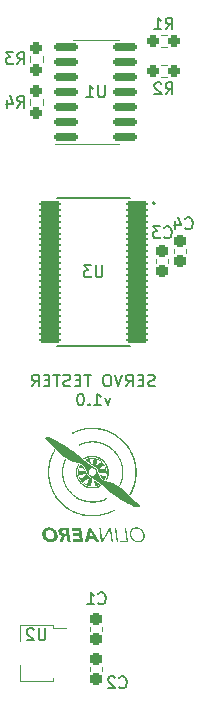
<source format=gbo>
%TF.GenerationSoftware,KiCad,Pcbnew,8.0.2*%
%TF.CreationDate,2024-09-16T20:18:51-04:00*%
%TF.ProjectId,servo_tester,73657276-6f5f-4746-9573-7465722e6b69,rev?*%
%TF.SameCoordinates,Original*%
%TF.FileFunction,Legend,Bot*%
%TF.FilePolarity,Positive*%
%FSLAX46Y46*%
G04 Gerber Fmt 4.6, Leading zero omitted, Abs format (unit mm)*
G04 Created by KiCad (PCBNEW 8.0.2) date 2024-09-16 20:18:51*
%MOMM*%
%LPD*%
G01*
G04 APERTURE LIST*
G04 Aperture macros list*
%AMRoundRect*
0 Rectangle with rounded corners*
0 $1 Rounding radius*
0 $2 $3 $4 $5 $6 $7 $8 $9 X,Y pos of 4 corners*
0 Add a 4 corners polygon primitive as box body*
4,1,4,$2,$3,$4,$5,$6,$7,$8,$9,$2,$3,0*
0 Add four circle primitives for the rounded corners*
1,1,$1+$1,$2,$3*
1,1,$1+$1,$4,$5*
1,1,$1+$1,$6,$7*
1,1,$1+$1,$8,$9*
0 Add four rect primitives between the rounded corners*
20,1,$1+$1,$2,$3,$4,$5,0*
20,1,$1+$1,$4,$5,$6,$7,0*
20,1,$1+$1,$6,$7,$8,$9,0*
20,1,$1+$1,$8,$9,$2,$3,0*%
%AMFreePoly0*
4,1,9,5.362500,-0.866500,1.237500,-0.866500,1.237500,-0.450000,-1.237500,-0.450000,-1.237500,0.450000,1.237500,0.450000,1.237500,0.866500,5.362500,0.866500,5.362500,-0.866500,5.362500,-0.866500,$1*%
G04 Aperture macros list end*
%ADD10C,0.150000*%
%ADD11C,0.120000*%
%ADD12C,0.000000*%
%ADD13C,0.127000*%
%ADD14C,0.200000*%
%ADD15R,1.700000X1.700000*%
%ADD16O,1.700000X1.700000*%
%ADD17C,1.524000*%
%ADD18O,3.000000X2.900000*%
%ADD19RoundRect,0.237500X-0.237500X0.300000X-0.237500X-0.300000X0.237500X-0.300000X0.237500X0.300000X0*%
%ADD20RoundRect,0.150000X-0.825000X-0.150000X0.825000X-0.150000X0.825000X0.150000X-0.825000X0.150000X0*%
%ADD21RoundRect,0.237500X-0.237500X0.250000X-0.237500X-0.250000X0.237500X-0.250000X0.237500X0.250000X0*%
%ADD22RoundRect,0.237500X0.250000X0.237500X-0.250000X0.237500X-0.250000X-0.237500X0.250000X-0.237500X0*%
%ADD23RoundRect,0.237500X0.237500X-0.300000X0.237500X0.300000X-0.237500X0.300000X-0.237500X-0.300000X0*%
%ADD24R,2.300000X0.900000*%
%ADD25FreePoly0,180.000000*%
%ADD26RoundRect,0.123500X0.773500X0.123500X-0.773500X0.123500X-0.773500X-0.123500X0.773500X-0.123500X0*%
G04 APERTURE END LIST*
D10*
X119768285Y-90668256D02*
X119625428Y-90715875D01*
X119625428Y-90715875D02*
X119387333Y-90715875D01*
X119387333Y-90715875D02*
X119292095Y-90668256D01*
X119292095Y-90668256D02*
X119244476Y-90620636D01*
X119244476Y-90620636D02*
X119196857Y-90525398D01*
X119196857Y-90525398D02*
X119196857Y-90430160D01*
X119196857Y-90430160D02*
X119244476Y-90334922D01*
X119244476Y-90334922D02*
X119292095Y-90287303D01*
X119292095Y-90287303D02*
X119387333Y-90239684D01*
X119387333Y-90239684D02*
X119577809Y-90192065D01*
X119577809Y-90192065D02*
X119673047Y-90144446D01*
X119673047Y-90144446D02*
X119720666Y-90096827D01*
X119720666Y-90096827D02*
X119768285Y-90001589D01*
X119768285Y-90001589D02*
X119768285Y-89906351D01*
X119768285Y-89906351D02*
X119720666Y-89811113D01*
X119720666Y-89811113D02*
X119673047Y-89763494D01*
X119673047Y-89763494D02*
X119577809Y-89715875D01*
X119577809Y-89715875D02*
X119339714Y-89715875D01*
X119339714Y-89715875D02*
X119196857Y-89763494D01*
X118768285Y-90192065D02*
X118434952Y-90192065D01*
X118292095Y-90715875D02*
X118768285Y-90715875D01*
X118768285Y-90715875D02*
X118768285Y-89715875D01*
X118768285Y-89715875D02*
X118292095Y-89715875D01*
X117292095Y-90715875D02*
X117625428Y-90239684D01*
X117863523Y-90715875D02*
X117863523Y-89715875D01*
X117863523Y-89715875D02*
X117482571Y-89715875D01*
X117482571Y-89715875D02*
X117387333Y-89763494D01*
X117387333Y-89763494D02*
X117339714Y-89811113D01*
X117339714Y-89811113D02*
X117292095Y-89906351D01*
X117292095Y-89906351D02*
X117292095Y-90049208D01*
X117292095Y-90049208D02*
X117339714Y-90144446D01*
X117339714Y-90144446D02*
X117387333Y-90192065D01*
X117387333Y-90192065D02*
X117482571Y-90239684D01*
X117482571Y-90239684D02*
X117863523Y-90239684D01*
X117006380Y-89715875D02*
X116673047Y-90715875D01*
X116673047Y-90715875D02*
X116339714Y-89715875D01*
X115815904Y-89715875D02*
X115625428Y-89715875D01*
X115625428Y-89715875D02*
X115530190Y-89763494D01*
X115530190Y-89763494D02*
X115434952Y-89858732D01*
X115434952Y-89858732D02*
X115387333Y-90049208D01*
X115387333Y-90049208D02*
X115387333Y-90382541D01*
X115387333Y-90382541D02*
X115434952Y-90573017D01*
X115434952Y-90573017D02*
X115530190Y-90668256D01*
X115530190Y-90668256D02*
X115625428Y-90715875D01*
X115625428Y-90715875D02*
X115815904Y-90715875D01*
X115815904Y-90715875D02*
X115911142Y-90668256D01*
X115911142Y-90668256D02*
X116006380Y-90573017D01*
X116006380Y-90573017D02*
X116053999Y-90382541D01*
X116053999Y-90382541D02*
X116053999Y-90049208D01*
X116053999Y-90049208D02*
X116006380Y-89858732D01*
X116006380Y-89858732D02*
X115911142Y-89763494D01*
X115911142Y-89763494D02*
X115815904Y-89715875D01*
X114339713Y-89715875D02*
X113768285Y-89715875D01*
X114053999Y-90715875D02*
X114053999Y-89715875D01*
X113434951Y-90192065D02*
X113101618Y-90192065D01*
X112958761Y-90715875D02*
X113434951Y-90715875D01*
X113434951Y-90715875D02*
X113434951Y-89715875D01*
X113434951Y-89715875D02*
X112958761Y-89715875D01*
X112577808Y-90668256D02*
X112434951Y-90715875D01*
X112434951Y-90715875D02*
X112196856Y-90715875D01*
X112196856Y-90715875D02*
X112101618Y-90668256D01*
X112101618Y-90668256D02*
X112053999Y-90620636D01*
X112053999Y-90620636D02*
X112006380Y-90525398D01*
X112006380Y-90525398D02*
X112006380Y-90430160D01*
X112006380Y-90430160D02*
X112053999Y-90334922D01*
X112053999Y-90334922D02*
X112101618Y-90287303D01*
X112101618Y-90287303D02*
X112196856Y-90239684D01*
X112196856Y-90239684D02*
X112387332Y-90192065D01*
X112387332Y-90192065D02*
X112482570Y-90144446D01*
X112482570Y-90144446D02*
X112530189Y-90096827D01*
X112530189Y-90096827D02*
X112577808Y-90001589D01*
X112577808Y-90001589D02*
X112577808Y-89906351D01*
X112577808Y-89906351D02*
X112530189Y-89811113D01*
X112530189Y-89811113D02*
X112482570Y-89763494D01*
X112482570Y-89763494D02*
X112387332Y-89715875D01*
X112387332Y-89715875D02*
X112149237Y-89715875D01*
X112149237Y-89715875D02*
X112006380Y-89763494D01*
X111720665Y-89715875D02*
X111149237Y-89715875D01*
X111434951Y-90715875D02*
X111434951Y-89715875D01*
X110815903Y-90192065D02*
X110482570Y-90192065D01*
X110339713Y-90715875D02*
X110815903Y-90715875D01*
X110815903Y-90715875D02*
X110815903Y-89715875D01*
X110815903Y-89715875D02*
X110339713Y-89715875D01*
X109339713Y-90715875D02*
X109673046Y-90239684D01*
X109911141Y-90715875D02*
X109911141Y-89715875D01*
X109911141Y-89715875D02*
X109530189Y-89715875D01*
X109530189Y-89715875D02*
X109434951Y-89763494D01*
X109434951Y-89763494D02*
X109387332Y-89811113D01*
X109387332Y-89811113D02*
X109339713Y-89906351D01*
X109339713Y-89906351D02*
X109339713Y-90049208D01*
X109339713Y-90049208D02*
X109387332Y-90144446D01*
X109387332Y-90144446D02*
X109434951Y-90192065D01*
X109434951Y-90192065D02*
X109530189Y-90239684D01*
X109530189Y-90239684D02*
X109911141Y-90239684D01*
X115982570Y-91659152D02*
X115744475Y-92325819D01*
X115744475Y-92325819D02*
X115506380Y-91659152D01*
X114601618Y-92325819D02*
X115173046Y-92325819D01*
X114887332Y-92325819D02*
X114887332Y-91325819D01*
X114887332Y-91325819D02*
X114982570Y-91468676D01*
X114982570Y-91468676D02*
X115077808Y-91563914D01*
X115077808Y-91563914D02*
X115173046Y-91611533D01*
X114173046Y-92230580D02*
X114125427Y-92278200D01*
X114125427Y-92278200D02*
X114173046Y-92325819D01*
X114173046Y-92325819D02*
X114220665Y-92278200D01*
X114220665Y-92278200D02*
X114173046Y-92230580D01*
X114173046Y-92230580D02*
X114173046Y-92325819D01*
X113506380Y-91325819D02*
X113411142Y-91325819D01*
X113411142Y-91325819D02*
X113315904Y-91373438D01*
X113315904Y-91373438D02*
X113268285Y-91421057D01*
X113268285Y-91421057D02*
X113220666Y-91516295D01*
X113220666Y-91516295D02*
X113173047Y-91706771D01*
X113173047Y-91706771D02*
X113173047Y-91944866D01*
X113173047Y-91944866D02*
X113220666Y-92135342D01*
X113220666Y-92135342D02*
X113268285Y-92230580D01*
X113268285Y-92230580D02*
X113315904Y-92278200D01*
X113315904Y-92278200D02*
X113411142Y-92325819D01*
X113411142Y-92325819D02*
X113506380Y-92325819D01*
X113506380Y-92325819D02*
X113601618Y-92278200D01*
X113601618Y-92278200D02*
X113649237Y-92230580D01*
X113649237Y-92230580D02*
X113696856Y-92135342D01*
X113696856Y-92135342D02*
X113744475Y-91944866D01*
X113744475Y-91944866D02*
X113744475Y-91706771D01*
X113744475Y-91706771D02*
X113696856Y-91516295D01*
X113696856Y-91516295D02*
X113649237Y-91421057D01*
X113649237Y-91421057D02*
X113601618Y-91373438D01*
X113601618Y-91373438D02*
X113506380Y-91325819D01*
X114974666Y-109071580D02*
X115022285Y-109119200D01*
X115022285Y-109119200D02*
X115165142Y-109166819D01*
X115165142Y-109166819D02*
X115260380Y-109166819D01*
X115260380Y-109166819D02*
X115403237Y-109119200D01*
X115403237Y-109119200D02*
X115498475Y-109023961D01*
X115498475Y-109023961D02*
X115546094Y-108928723D01*
X115546094Y-108928723D02*
X115593713Y-108738247D01*
X115593713Y-108738247D02*
X115593713Y-108595390D01*
X115593713Y-108595390D02*
X115546094Y-108404914D01*
X115546094Y-108404914D02*
X115498475Y-108309676D01*
X115498475Y-108309676D02*
X115403237Y-108214438D01*
X115403237Y-108214438D02*
X115260380Y-108166819D01*
X115260380Y-108166819D02*
X115165142Y-108166819D01*
X115165142Y-108166819D02*
X115022285Y-108214438D01*
X115022285Y-108214438D02*
X114974666Y-108262057D01*
X114022285Y-109166819D02*
X114593713Y-109166819D01*
X114307999Y-109166819D02*
X114307999Y-108166819D01*
X114307999Y-108166819D02*
X114403237Y-108309676D01*
X114403237Y-108309676D02*
X114498475Y-108404914D01*
X114498475Y-108404914D02*
X114593713Y-108452533D01*
X120562666Y-78083580D02*
X120610285Y-78131200D01*
X120610285Y-78131200D02*
X120753142Y-78178819D01*
X120753142Y-78178819D02*
X120848380Y-78178819D01*
X120848380Y-78178819D02*
X120991237Y-78131200D01*
X120991237Y-78131200D02*
X121086475Y-78035961D01*
X121086475Y-78035961D02*
X121134094Y-77940723D01*
X121134094Y-77940723D02*
X121181713Y-77750247D01*
X121181713Y-77750247D02*
X121181713Y-77607390D01*
X121181713Y-77607390D02*
X121134094Y-77416914D01*
X121134094Y-77416914D02*
X121086475Y-77321676D01*
X121086475Y-77321676D02*
X120991237Y-77226438D01*
X120991237Y-77226438D02*
X120848380Y-77178819D01*
X120848380Y-77178819D02*
X120753142Y-77178819D01*
X120753142Y-77178819D02*
X120610285Y-77226438D01*
X120610285Y-77226438D02*
X120562666Y-77274057D01*
X120229332Y-77178819D02*
X119610285Y-77178819D01*
X119610285Y-77178819D02*
X119943618Y-77559771D01*
X119943618Y-77559771D02*
X119800761Y-77559771D01*
X119800761Y-77559771D02*
X119705523Y-77607390D01*
X119705523Y-77607390D02*
X119657904Y-77655009D01*
X119657904Y-77655009D02*
X119610285Y-77750247D01*
X119610285Y-77750247D02*
X119610285Y-77988342D01*
X119610285Y-77988342D02*
X119657904Y-78083580D01*
X119657904Y-78083580D02*
X119705523Y-78131200D01*
X119705523Y-78131200D02*
X119800761Y-78178819D01*
X119800761Y-78178819D02*
X120086475Y-78178819D01*
X120086475Y-78178819D02*
X120181713Y-78131200D01*
X120181713Y-78131200D02*
X120229332Y-78083580D01*
X115504904Y-65240819D02*
X115504904Y-66050342D01*
X115504904Y-66050342D02*
X115457285Y-66145580D01*
X115457285Y-66145580D02*
X115409666Y-66193200D01*
X115409666Y-66193200D02*
X115314428Y-66240819D01*
X115314428Y-66240819D02*
X115123952Y-66240819D01*
X115123952Y-66240819D02*
X115028714Y-66193200D01*
X115028714Y-66193200D02*
X114981095Y-66145580D01*
X114981095Y-66145580D02*
X114933476Y-66050342D01*
X114933476Y-66050342D02*
X114933476Y-65240819D01*
X113933476Y-66240819D02*
X114504904Y-66240819D01*
X114219190Y-66240819D02*
X114219190Y-65240819D01*
X114219190Y-65240819D02*
X114314428Y-65383676D01*
X114314428Y-65383676D02*
X114409666Y-65478914D01*
X114409666Y-65478914D02*
X114504904Y-65526533D01*
X108116666Y-63446819D02*
X108449999Y-62970628D01*
X108688094Y-63446819D02*
X108688094Y-62446819D01*
X108688094Y-62446819D02*
X108307142Y-62446819D01*
X108307142Y-62446819D02*
X108211904Y-62494438D01*
X108211904Y-62494438D02*
X108164285Y-62542057D01*
X108164285Y-62542057D02*
X108116666Y-62637295D01*
X108116666Y-62637295D02*
X108116666Y-62780152D01*
X108116666Y-62780152D02*
X108164285Y-62875390D01*
X108164285Y-62875390D02*
X108211904Y-62923009D01*
X108211904Y-62923009D02*
X108307142Y-62970628D01*
X108307142Y-62970628D02*
X108688094Y-62970628D01*
X107783332Y-62446819D02*
X107164285Y-62446819D01*
X107164285Y-62446819D02*
X107497618Y-62827771D01*
X107497618Y-62827771D02*
X107354761Y-62827771D01*
X107354761Y-62827771D02*
X107259523Y-62875390D01*
X107259523Y-62875390D02*
X107211904Y-62923009D01*
X107211904Y-62923009D02*
X107164285Y-63018247D01*
X107164285Y-63018247D02*
X107164285Y-63256342D01*
X107164285Y-63256342D02*
X107211904Y-63351580D01*
X107211904Y-63351580D02*
X107259523Y-63399200D01*
X107259523Y-63399200D02*
X107354761Y-63446819D01*
X107354761Y-63446819D02*
X107640475Y-63446819D01*
X107640475Y-63446819D02*
X107735713Y-63399200D01*
X107735713Y-63399200D02*
X107783332Y-63351580D01*
X108116666Y-67106319D02*
X108449999Y-66630128D01*
X108688094Y-67106319D02*
X108688094Y-66106319D01*
X108688094Y-66106319D02*
X108307142Y-66106319D01*
X108307142Y-66106319D02*
X108211904Y-66153938D01*
X108211904Y-66153938D02*
X108164285Y-66201557D01*
X108164285Y-66201557D02*
X108116666Y-66296795D01*
X108116666Y-66296795D02*
X108116666Y-66439652D01*
X108116666Y-66439652D02*
X108164285Y-66534890D01*
X108164285Y-66534890D02*
X108211904Y-66582509D01*
X108211904Y-66582509D02*
X108307142Y-66630128D01*
X108307142Y-66630128D02*
X108688094Y-66630128D01*
X107259523Y-66439652D02*
X107259523Y-67106319D01*
X107497618Y-66058700D02*
X107735713Y-66772985D01*
X107735713Y-66772985D02*
X107116666Y-66772985D01*
X120666166Y-65986819D02*
X120999499Y-65510628D01*
X121237594Y-65986819D02*
X121237594Y-64986819D01*
X121237594Y-64986819D02*
X120856642Y-64986819D01*
X120856642Y-64986819D02*
X120761404Y-65034438D01*
X120761404Y-65034438D02*
X120713785Y-65082057D01*
X120713785Y-65082057D02*
X120666166Y-65177295D01*
X120666166Y-65177295D02*
X120666166Y-65320152D01*
X120666166Y-65320152D02*
X120713785Y-65415390D01*
X120713785Y-65415390D02*
X120761404Y-65463009D01*
X120761404Y-65463009D02*
X120856642Y-65510628D01*
X120856642Y-65510628D02*
X121237594Y-65510628D01*
X120285213Y-65082057D02*
X120237594Y-65034438D01*
X120237594Y-65034438D02*
X120142356Y-64986819D01*
X120142356Y-64986819D02*
X119904261Y-64986819D01*
X119904261Y-64986819D02*
X119809023Y-65034438D01*
X119809023Y-65034438D02*
X119761404Y-65082057D01*
X119761404Y-65082057D02*
X119713785Y-65177295D01*
X119713785Y-65177295D02*
X119713785Y-65272533D01*
X119713785Y-65272533D02*
X119761404Y-65415390D01*
X119761404Y-65415390D02*
X120332832Y-65986819D01*
X120332832Y-65986819D02*
X119713785Y-65986819D01*
X120666166Y-60492819D02*
X120999499Y-60016628D01*
X121237594Y-60492819D02*
X121237594Y-59492819D01*
X121237594Y-59492819D02*
X120856642Y-59492819D01*
X120856642Y-59492819D02*
X120761404Y-59540438D01*
X120761404Y-59540438D02*
X120713785Y-59588057D01*
X120713785Y-59588057D02*
X120666166Y-59683295D01*
X120666166Y-59683295D02*
X120666166Y-59826152D01*
X120666166Y-59826152D02*
X120713785Y-59921390D01*
X120713785Y-59921390D02*
X120761404Y-59969009D01*
X120761404Y-59969009D02*
X120856642Y-60016628D01*
X120856642Y-60016628D02*
X121237594Y-60016628D01*
X119713785Y-60492819D02*
X120285213Y-60492819D01*
X119999499Y-60492819D02*
X119999499Y-59492819D01*
X119999499Y-59492819D02*
X120094737Y-59635676D01*
X120094737Y-59635676D02*
X120189975Y-59730914D01*
X120189975Y-59730914D02*
X120285213Y-59778533D01*
X116752666Y-116183580D02*
X116800285Y-116231200D01*
X116800285Y-116231200D02*
X116943142Y-116278819D01*
X116943142Y-116278819D02*
X117038380Y-116278819D01*
X117038380Y-116278819D02*
X117181237Y-116231200D01*
X117181237Y-116231200D02*
X117276475Y-116135961D01*
X117276475Y-116135961D02*
X117324094Y-116040723D01*
X117324094Y-116040723D02*
X117371713Y-115850247D01*
X117371713Y-115850247D02*
X117371713Y-115707390D01*
X117371713Y-115707390D02*
X117324094Y-115516914D01*
X117324094Y-115516914D02*
X117276475Y-115421676D01*
X117276475Y-115421676D02*
X117181237Y-115326438D01*
X117181237Y-115326438D02*
X117038380Y-115278819D01*
X117038380Y-115278819D02*
X116943142Y-115278819D01*
X116943142Y-115278819D02*
X116800285Y-115326438D01*
X116800285Y-115326438D02*
X116752666Y-115374057D01*
X116371713Y-115374057D02*
X116324094Y-115326438D01*
X116324094Y-115326438D02*
X116228856Y-115278819D01*
X116228856Y-115278819D02*
X115990761Y-115278819D01*
X115990761Y-115278819D02*
X115895523Y-115326438D01*
X115895523Y-115326438D02*
X115847904Y-115374057D01*
X115847904Y-115374057D02*
X115800285Y-115469295D01*
X115800285Y-115469295D02*
X115800285Y-115564533D01*
X115800285Y-115564533D02*
X115847904Y-115707390D01*
X115847904Y-115707390D02*
X116419332Y-116278819D01*
X116419332Y-116278819D02*
X115800285Y-116278819D01*
X110489904Y-111214819D02*
X110489904Y-112024342D01*
X110489904Y-112024342D02*
X110442285Y-112119580D01*
X110442285Y-112119580D02*
X110394666Y-112167200D01*
X110394666Y-112167200D02*
X110299428Y-112214819D01*
X110299428Y-112214819D02*
X110108952Y-112214819D01*
X110108952Y-112214819D02*
X110013714Y-112167200D01*
X110013714Y-112167200D02*
X109966095Y-112119580D01*
X109966095Y-112119580D02*
X109918476Y-112024342D01*
X109918476Y-112024342D02*
X109918476Y-111214819D01*
X109489904Y-111310057D02*
X109442285Y-111262438D01*
X109442285Y-111262438D02*
X109347047Y-111214819D01*
X109347047Y-111214819D02*
X109108952Y-111214819D01*
X109108952Y-111214819D02*
X109013714Y-111262438D01*
X109013714Y-111262438D02*
X108966095Y-111310057D01*
X108966095Y-111310057D02*
X108918476Y-111405295D01*
X108918476Y-111405295D02*
X108918476Y-111500533D01*
X108918476Y-111500533D02*
X108966095Y-111643390D01*
X108966095Y-111643390D02*
X109537523Y-112214819D01*
X109537523Y-112214819D02*
X108918476Y-112214819D01*
X115315904Y-80480819D02*
X115315904Y-81290342D01*
X115315904Y-81290342D02*
X115268285Y-81385580D01*
X115268285Y-81385580D02*
X115220666Y-81433200D01*
X115220666Y-81433200D02*
X115125428Y-81480819D01*
X115125428Y-81480819D02*
X114934952Y-81480819D01*
X114934952Y-81480819D02*
X114839714Y-81433200D01*
X114839714Y-81433200D02*
X114792095Y-81385580D01*
X114792095Y-81385580D02*
X114744476Y-81290342D01*
X114744476Y-81290342D02*
X114744476Y-80480819D01*
X114363523Y-80480819D02*
X113744476Y-80480819D01*
X113744476Y-80480819D02*
X114077809Y-80861771D01*
X114077809Y-80861771D02*
X113934952Y-80861771D01*
X113934952Y-80861771D02*
X113839714Y-80909390D01*
X113839714Y-80909390D02*
X113792095Y-80957009D01*
X113792095Y-80957009D02*
X113744476Y-81052247D01*
X113744476Y-81052247D02*
X113744476Y-81290342D01*
X113744476Y-81290342D02*
X113792095Y-81385580D01*
X113792095Y-81385580D02*
X113839714Y-81433200D01*
X113839714Y-81433200D02*
X113934952Y-81480819D01*
X113934952Y-81480819D02*
X114220666Y-81480819D01*
X114220666Y-81480819D02*
X114315904Y-81433200D01*
X114315904Y-81433200D02*
X114363523Y-81385580D01*
X122340666Y-77321580D02*
X122388285Y-77369200D01*
X122388285Y-77369200D02*
X122531142Y-77416819D01*
X122531142Y-77416819D02*
X122626380Y-77416819D01*
X122626380Y-77416819D02*
X122769237Y-77369200D01*
X122769237Y-77369200D02*
X122864475Y-77273961D01*
X122864475Y-77273961D02*
X122912094Y-77178723D01*
X122912094Y-77178723D02*
X122959713Y-76988247D01*
X122959713Y-76988247D02*
X122959713Y-76845390D01*
X122959713Y-76845390D02*
X122912094Y-76654914D01*
X122912094Y-76654914D02*
X122864475Y-76559676D01*
X122864475Y-76559676D02*
X122769237Y-76464438D01*
X122769237Y-76464438D02*
X122626380Y-76416819D01*
X122626380Y-76416819D02*
X122531142Y-76416819D01*
X122531142Y-76416819D02*
X122388285Y-76464438D01*
X122388285Y-76464438D02*
X122340666Y-76512057D01*
X121483523Y-76750152D02*
X121483523Y-77416819D01*
X121721618Y-76369200D02*
X121959713Y-77083485D01*
X121959713Y-77083485D02*
X121340666Y-77083485D01*
D11*
%TO.C,C1*%
X115318000Y-111105733D02*
X115318000Y-111398267D01*
X114298000Y-111105733D02*
X114298000Y-111398267D01*
D12*
%TO.C,G\u002A\u002A\u002A*%
G36*
X116474907Y-102687940D02*
G01*
X116474914Y-102687980D01*
X116475275Y-102690394D01*
X116476114Y-102696232D01*
X116477410Y-102705360D01*
X116479146Y-102717645D01*
X116481303Y-102732955D01*
X116483863Y-102751156D01*
X116486806Y-102772116D01*
X116490114Y-102795700D01*
X116493770Y-102821778D01*
X116497753Y-102850215D01*
X116502045Y-102880878D01*
X116506628Y-102913635D01*
X116511483Y-102948353D01*
X116516592Y-102984898D01*
X116521936Y-103023139D01*
X116527495Y-103062940D01*
X116533253Y-103104171D01*
X116539190Y-103146697D01*
X116545287Y-103190386D01*
X116551525Y-103235105D01*
X116557888Y-103280721D01*
X116558398Y-103284382D01*
X116564750Y-103329921D01*
X116570976Y-103374547D01*
X116577059Y-103418128D01*
X116582979Y-103460531D01*
X116588718Y-103501624D01*
X116594258Y-103541274D01*
X116599579Y-103579347D01*
X116604664Y-103615712D01*
X116609494Y-103650236D01*
X116614050Y-103682786D01*
X116618313Y-103713230D01*
X116622266Y-103741433D01*
X116625889Y-103767265D01*
X116629163Y-103790592D01*
X116632071Y-103811282D01*
X116634593Y-103829201D01*
X116636712Y-103844218D01*
X116638408Y-103856199D01*
X116639663Y-103865012D01*
X116640458Y-103870523D01*
X116640775Y-103872601D01*
X116641690Y-103876652D01*
X116584943Y-103876652D01*
X116573895Y-103876642D01*
X116559814Y-103876578D01*
X116548795Y-103876446D01*
X116540510Y-103876230D01*
X116534634Y-103875917D01*
X116530840Y-103875495D01*
X116528803Y-103874948D01*
X116528196Y-103874263D01*
X116528189Y-103874179D01*
X116527859Y-103871633D01*
X116527051Y-103865675D01*
X116525785Y-103856438D01*
X116524077Y-103844051D01*
X116521948Y-103828648D01*
X116519414Y-103810360D01*
X116516494Y-103789318D01*
X116513207Y-103765654D01*
X116509571Y-103739500D01*
X116505604Y-103710987D01*
X116501325Y-103680247D01*
X116496751Y-103647412D01*
X116491902Y-103612614D01*
X116486795Y-103575983D01*
X116481449Y-103537652D01*
X116475883Y-103497752D01*
X116470113Y-103456415D01*
X116464160Y-103413773D01*
X116458041Y-103369957D01*
X116451774Y-103325100D01*
X116445378Y-103279331D01*
X116444260Y-103271335D01*
X116437886Y-103225721D01*
X116431644Y-103181043D01*
X116425553Y-103137432D01*
X116419631Y-103095021D01*
X116413896Y-103053940D01*
X116408366Y-103014320D01*
X116403061Y-102976294D01*
X116397998Y-102939993D01*
X116393195Y-102905549D01*
X116388671Y-102873093D01*
X116384445Y-102842756D01*
X116380534Y-102814670D01*
X116376957Y-102788966D01*
X116373732Y-102765777D01*
X116370878Y-102745233D01*
X116368413Y-102727466D01*
X116366355Y-102712607D01*
X116364722Y-102700789D01*
X116363533Y-102692142D01*
X116362806Y-102686798D01*
X116362560Y-102684889D01*
X116363539Y-102684403D01*
X116367694Y-102683888D01*
X116375172Y-102683491D01*
X116386040Y-102683211D01*
X116400370Y-102683044D01*
X116418229Y-102682989D01*
X116473898Y-102682989D01*
X116474907Y-102687940D01*
G37*
G36*
X117317492Y-102687940D02*
G01*
X117317500Y-102687980D01*
X117317861Y-102690394D01*
X117318699Y-102696232D01*
X117319996Y-102705360D01*
X117321732Y-102717645D01*
X117323889Y-102732955D01*
X117326448Y-102751156D01*
X117329392Y-102772116D01*
X117332700Y-102795700D01*
X117336355Y-102821778D01*
X117340338Y-102850215D01*
X117344631Y-102880878D01*
X117349214Y-102913635D01*
X117354069Y-102948353D01*
X117359178Y-102984898D01*
X117364521Y-103023139D01*
X117370081Y-103062940D01*
X117375839Y-103104171D01*
X117381775Y-103146697D01*
X117387872Y-103190386D01*
X117394111Y-103235105D01*
X117400473Y-103280721D01*
X117400984Y-103284382D01*
X117407335Y-103329921D01*
X117413562Y-103374547D01*
X117419644Y-103418128D01*
X117425565Y-103460531D01*
X117431304Y-103501624D01*
X117436844Y-103541274D01*
X117442165Y-103579347D01*
X117447250Y-103615712D01*
X117452080Y-103650236D01*
X117456636Y-103682786D01*
X117460899Y-103713230D01*
X117464852Y-103741433D01*
X117468474Y-103767265D01*
X117471749Y-103790592D01*
X117474657Y-103811282D01*
X117477179Y-103829201D01*
X117479298Y-103844218D01*
X117480994Y-103856199D01*
X117482249Y-103865012D01*
X117483044Y-103870523D01*
X117483361Y-103872601D01*
X117484276Y-103876652D01*
X117149729Y-103876652D01*
X116815182Y-103876652D01*
X116809249Y-103831192D01*
X116807926Y-103821119D01*
X116806339Y-103809180D01*
X116804914Y-103798631D01*
X116803726Y-103790018D01*
X116802850Y-103783887D01*
X116802361Y-103780781D01*
X116801406Y-103775830D01*
X117079936Y-103775830D01*
X117358465Y-103775830D01*
X117357454Y-103770879D01*
X117357342Y-103770179D01*
X117356761Y-103766218D01*
X117355718Y-103758958D01*
X117354237Y-103748565D01*
X117352342Y-103735206D01*
X117350055Y-103719050D01*
X117347401Y-103700264D01*
X117344403Y-103679015D01*
X117341084Y-103655471D01*
X117337468Y-103629799D01*
X117333578Y-103602166D01*
X117329438Y-103572741D01*
X117325072Y-103541690D01*
X117320502Y-103509181D01*
X117315752Y-103475382D01*
X117310846Y-103440459D01*
X117305808Y-103404581D01*
X117300660Y-103367914D01*
X117295426Y-103330627D01*
X117290130Y-103292886D01*
X117284796Y-103254860D01*
X117279445Y-103216715D01*
X117274103Y-103178620D01*
X117268793Y-103140741D01*
X117263538Y-103103246D01*
X117258361Y-103066302D01*
X117253287Y-103030077D01*
X117248338Y-102994739D01*
X117243538Y-102960455D01*
X117238911Y-102927392D01*
X117234480Y-102895717D01*
X117230268Y-102865599D01*
X117226299Y-102837205D01*
X117222597Y-102810702D01*
X117219185Y-102786257D01*
X117216086Y-102764038D01*
X117213325Y-102744213D01*
X117210923Y-102726949D01*
X117208906Y-102712413D01*
X117207296Y-102700773D01*
X117206117Y-102692197D01*
X117205392Y-102686851D01*
X117205145Y-102684904D01*
X117206283Y-102684373D01*
X117210536Y-102683867D01*
X117218024Y-102683478D01*
X117228840Y-102683204D01*
X117243073Y-102683042D01*
X117260815Y-102682989D01*
X117316484Y-102682989D01*
X117317492Y-102687940D01*
G37*
G36*
X114472748Y-96580873D02*
G01*
X114495406Y-96581072D01*
X114515780Y-96581505D01*
X114534728Y-96582219D01*
X114553109Y-96583256D01*
X114571780Y-96584661D01*
X114591601Y-96586478D01*
X114613429Y-96588750D01*
X114619514Y-96589425D01*
X114689001Y-96599046D01*
X114757367Y-96612068D01*
X114824691Y-96628513D01*
X114891055Y-96648407D01*
X114956537Y-96671773D01*
X115021218Y-96698634D01*
X115085178Y-96729015D01*
X115095325Y-96734170D01*
X115118822Y-96746375D01*
X115140179Y-96757923D01*
X115160252Y-96769308D01*
X115179900Y-96781024D01*
X115199980Y-96793564D01*
X115221349Y-96807422D01*
X115222879Y-96808431D01*
X115263119Y-96835837D01*
X115300806Y-96863348D01*
X115336726Y-96891607D01*
X115371670Y-96921258D01*
X115406426Y-96952944D01*
X115441781Y-96987309D01*
X115443093Y-96988622D01*
X115477349Y-97023942D01*
X115508949Y-97058690D01*
X115538537Y-97093656D01*
X115566758Y-97129627D01*
X115594253Y-97167393D01*
X115621668Y-97207741D01*
X115627378Y-97216463D01*
X115640651Y-97237215D01*
X115652804Y-97257020D01*
X115664329Y-97276735D01*
X115675720Y-97297217D01*
X115687471Y-97319324D01*
X115700075Y-97343912D01*
X115702851Y-97349435D01*
X115732925Y-97413454D01*
X115759483Y-97478201D01*
X115782546Y-97543757D01*
X115802140Y-97610201D01*
X115818288Y-97677613D01*
X115831013Y-97746073D01*
X115840340Y-97815661D01*
X115841602Y-97827515D01*
X115843628Y-97848174D01*
X115845221Y-97867280D01*
X115846426Y-97885690D01*
X115847287Y-97904264D01*
X115847846Y-97923860D01*
X115848150Y-97945336D01*
X115848242Y-97969550D01*
X115847901Y-98006296D01*
X115846728Y-98043317D01*
X115844647Y-98078752D01*
X115841583Y-98113602D01*
X115837463Y-98148869D01*
X115832212Y-98185553D01*
X115828783Y-98206566D01*
X115815534Y-98273473D01*
X115798836Y-98340067D01*
X115778805Y-98406021D01*
X115755555Y-98471004D01*
X115729202Y-98534690D01*
X115699859Y-98596748D01*
X115667642Y-98656852D01*
X115664155Y-98662894D01*
X115659504Y-98670692D01*
X115655613Y-98676908D01*
X115652812Y-98681021D01*
X115651430Y-98682507D01*
X115650964Y-98682462D01*
X115647433Y-98681782D01*
X115641166Y-98680381D01*
X115632681Y-98678392D01*
X115622499Y-98675943D01*
X115611139Y-98673166D01*
X115599122Y-98670189D01*
X115586966Y-98667143D01*
X115575193Y-98664158D01*
X115564321Y-98661364D01*
X115554872Y-98658891D01*
X115547363Y-98656869D01*
X115542317Y-98655429D01*
X115540251Y-98654699D01*
X115540246Y-98654679D01*
X115541134Y-98652868D01*
X115543584Y-98648493D01*
X115547319Y-98642032D01*
X115552063Y-98633964D01*
X115557540Y-98624767D01*
X115575278Y-98594252D01*
X115606600Y-98535192D01*
X115634534Y-98475106D01*
X115659176Y-98413759D01*
X115680626Y-98350918D01*
X115698982Y-98286346D01*
X115708331Y-98247396D01*
X115721183Y-98181632D01*
X115730551Y-98115243D01*
X115736429Y-98048427D01*
X115738813Y-97981380D01*
X115737698Y-97914296D01*
X115733078Y-97847373D01*
X115724950Y-97780807D01*
X115713307Y-97714794D01*
X115698582Y-97651005D01*
X115680003Y-97586143D01*
X115658064Y-97522494D01*
X115632815Y-97460163D01*
X115604304Y-97399256D01*
X115572581Y-97339878D01*
X115537696Y-97282135D01*
X115499698Y-97226132D01*
X115458636Y-97171974D01*
X115446205Y-97156681D01*
X115401613Y-97105441D01*
X115354617Y-97056821D01*
X115305326Y-97010890D01*
X115253849Y-96967719D01*
X115200295Y-96927377D01*
X115144771Y-96889935D01*
X115087386Y-96855463D01*
X115028248Y-96824031D01*
X114967466Y-96795709D01*
X114905147Y-96770568D01*
X114841401Y-96748678D01*
X114776336Y-96730109D01*
X114740673Y-96721495D01*
X114674862Y-96708442D01*
X114608486Y-96698891D01*
X114541721Y-96692842D01*
X114474741Y-96690297D01*
X114407721Y-96691254D01*
X114340836Y-96695714D01*
X114274262Y-96703676D01*
X114208173Y-96715141D01*
X114142744Y-96730109D01*
X114105489Y-96740260D01*
X114042396Y-96760212D01*
X113980911Y-96783263D01*
X113920753Y-96809529D01*
X113861642Y-96839129D01*
X113803298Y-96872180D01*
X113772693Y-96890533D01*
X113747486Y-96871574D01*
X113737430Y-96863978D01*
X113724267Y-96853928D01*
X113712396Y-96844737D01*
X113702083Y-96836620D01*
X113693597Y-96829789D01*
X113687204Y-96824459D01*
X113683172Y-96820841D01*
X113681769Y-96819151D01*
X113681813Y-96819012D01*
X113683772Y-96817184D01*
X113688330Y-96813811D01*
X113695074Y-96809162D01*
X113703591Y-96803504D01*
X113713466Y-96797107D01*
X113724287Y-96790238D01*
X113735639Y-96783166D01*
X113747110Y-96776160D01*
X113758286Y-96769488D01*
X113770090Y-96762721D01*
X113786421Y-96753763D01*
X113804730Y-96744058D01*
X113824298Y-96733969D01*
X113844405Y-96723856D01*
X113864330Y-96714081D01*
X113883354Y-96705005D01*
X113900758Y-96696990D01*
X113915820Y-96690397D01*
X113964219Y-96670994D01*
X114031090Y-96647486D01*
X114098674Y-96627507D01*
X114166966Y-96611056D01*
X114235960Y-96598137D01*
X114305651Y-96588750D01*
X114317506Y-96587488D01*
X114338165Y-96585462D01*
X114357270Y-96583869D01*
X114375681Y-96582664D01*
X114394255Y-96581804D01*
X114413850Y-96581244D01*
X114435326Y-96580940D01*
X114459540Y-96580849D01*
X114472748Y-96580873D01*
G37*
G36*
X113257453Y-97279113D02*
G01*
X113260274Y-97279754D01*
X113265972Y-97281029D01*
X113273531Y-97282708D01*
X113282081Y-97284597D01*
X113285013Y-97285245D01*
X113296390Y-97287789D01*
X113308389Y-97290511D01*
X113320495Y-97293288D01*
X113332190Y-97296002D01*
X113342956Y-97298529D01*
X113352277Y-97300749D01*
X113359637Y-97302541D01*
X113364518Y-97303784D01*
X113366403Y-97304357D01*
X113366418Y-97304405D01*
X113365584Y-97306396D01*
X113363257Y-97310796D01*
X113359768Y-97317002D01*
X113355445Y-97324411D01*
X113346720Y-97339404D01*
X113320698Y-97387561D01*
X113296278Y-97437995D01*
X113273845Y-97489833D01*
X113253783Y-97542206D01*
X113236475Y-97594241D01*
X113228173Y-97622494D01*
X113211602Y-97687932D01*
X113198525Y-97753978D01*
X113188944Y-97820483D01*
X113182865Y-97887297D01*
X113180289Y-97954273D01*
X113181222Y-98021260D01*
X113185665Y-98088110D01*
X113193624Y-98154674D01*
X113205100Y-98220802D01*
X113220099Y-98286346D01*
X113220129Y-98286465D01*
X113238787Y-98351858D01*
X113260762Y-98415863D01*
X113286021Y-98478416D01*
X113314531Y-98539452D01*
X113346262Y-98598905D01*
X113381179Y-98656712D01*
X113419250Y-98712807D01*
X113460444Y-98767126D01*
X113472903Y-98782454D01*
X113517493Y-98833684D01*
X113564487Y-98882298D01*
X113613777Y-98928224D01*
X113665253Y-98971392D01*
X113718809Y-99011731D01*
X113774333Y-99049172D01*
X113831718Y-99083643D01*
X113890855Y-99115074D01*
X113951635Y-99143395D01*
X114013949Y-99168536D01*
X114077688Y-99190424D01*
X114142744Y-99208992D01*
X114178407Y-99217605D01*
X114244218Y-99230659D01*
X114310594Y-99240209D01*
X114377360Y-99246258D01*
X114444340Y-99248803D01*
X114511359Y-99247846D01*
X114578244Y-99243386D01*
X114644818Y-99235424D01*
X114710907Y-99223959D01*
X114776336Y-99208992D01*
X114811727Y-99199376D01*
X114874635Y-99179588D01*
X114935978Y-99156711D01*
X114996052Y-99130624D01*
X115055149Y-99101202D01*
X115113566Y-99068323D01*
X115121452Y-99063715D01*
X115130112Y-99058894D01*
X115137089Y-99055292D01*
X115141928Y-99053141D01*
X115144173Y-99052673D01*
X115144808Y-99053072D01*
X115148173Y-99055426D01*
X115153676Y-99059428D01*
X115160898Y-99064760D01*
X115169420Y-99071106D01*
X115178823Y-99078150D01*
X115188688Y-99085575D01*
X115198596Y-99093066D01*
X115208129Y-99100305D01*
X115216867Y-99106977D01*
X115224393Y-99112764D01*
X115230286Y-99117351D01*
X115234128Y-99120421D01*
X115235500Y-99121657D01*
X115235360Y-99121897D01*
X115233043Y-99123809D01*
X115228216Y-99127222D01*
X115221314Y-99131856D01*
X115212774Y-99137431D01*
X115203034Y-99143666D01*
X115192529Y-99150282D01*
X115181696Y-99156998D01*
X115170973Y-99163533D01*
X115160795Y-99169608D01*
X115148963Y-99176392D01*
X115132636Y-99185348D01*
X115114332Y-99195050D01*
X115094770Y-99205137D01*
X115074669Y-99215247D01*
X115054748Y-99225020D01*
X115035727Y-99234095D01*
X115018324Y-99242109D01*
X115003260Y-99248703D01*
X114982546Y-99257249D01*
X114916781Y-99281872D01*
X114849915Y-99303173D01*
X114782155Y-99321105D01*
X114713711Y-99335624D01*
X114644790Y-99346682D01*
X114575600Y-99354234D01*
X114506350Y-99358235D01*
X114444108Y-99358888D01*
X114373129Y-99356334D01*
X114302815Y-99350256D01*
X114233221Y-99340667D01*
X114164402Y-99327579D01*
X114096415Y-99311004D01*
X114029316Y-99290955D01*
X113963161Y-99267444D01*
X113898004Y-99240483D01*
X113833902Y-99210085D01*
X113812214Y-99198995D01*
X113790854Y-99187720D01*
X113771195Y-99176888D01*
X113752386Y-99166007D01*
X113733579Y-99154583D01*
X113713924Y-99142125D01*
X113692571Y-99128140D01*
X113676347Y-99117253D01*
X113640331Y-99092035D01*
X113606456Y-99066696D01*
X113573970Y-99040616D01*
X113542118Y-99013179D01*
X113510146Y-98983767D01*
X113477299Y-98951760D01*
X113477152Y-98951613D01*
X113442659Y-98916133D01*
X113410846Y-98881222D01*
X113381063Y-98846084D01*
X113352663Y-98809924D01*
X113324996Y-98771947D01*
X113297412Y-98731359D01*
X113291703Y-98722638D01*
X113278429Y-98701885D01*
X113266276Y-98682080D01*
X113254751Y-98662365D01*
X113243360Y-98641883D01*
X113231610Y-98619777D01*
X113219005Y-98595188D01*
X113207460Y-98571842D01*
X113179979Y-98511568D01*
X113155708Y-98450899D01*
X113134568Y-98389545D01*
X113116479Y-98327213D01*
X113101360Y-98263611D01*
X113089132Y-98198448D01*
X113079715Y-98131432D01*
X113073029Y-98062270D01*
X113072722Y-98057608D01*
X113072214Y-98046948D01*
X113071762Y-98033765D01*
X113071383Y-98018746D01*
X113071091Y-98002579D01*
X113070905Y-97985951D01*
X113070839Y-97969550D01*
X113070863Y-97956342D01*
X113071062Y-97933684D01*
X113071495Y-97913310D01*
X113072209Y-97894362D01*
X113073246Y-97875981D01*
X113074651Y-97857310D01*
X113076468Y-97837489D01*
X113078740Y-97815661D01*
X113085792Y-97761157D01*
X113097901Y-97692413D01*
X113113490Y-97624306D01*
X113132500Y-97557025D01*
X113154868Y-97490765D01*
X113180536Y-97425716D01*
X113209442Y-97362071D01*
X113241525Y-97300021D01*
X113244487Y-97294672D01*
X113248600Y-97287506D01*
X113251606Y-97282824D01*
X113253852Y-97280169D01*
X113255685Y-97279084D01*
X113257453Y-97279113D01*
G37*
G36*
X111519080Y-103367165D02*
G01*
X111519132Y-103385054D01*
X111518868Y-103403473D01*
X111518306Y-103421595D01*
X111517463Y-103438598D01*
X111516358Y-103453656D01*
X111515008Y-103465944D01*
X111509864Y-103497177D01*
X111500007Y-103539695D01*
X111487179Y-103580241D01*
X111471445Y-103618752D01*
X111452874Y-103655159D01*
X111431530Y-103689399D01*
X111407480Y-103721404D01*
X111380790Y-103751109D01*
X111351527Y-103778448D01*
X111319756Y-103803355D01*
X111285545Y-103825765D01*
X111248959Y-103845611D01*
X111210065Y-103862828D01*
X111168929Y-103877350D01*
X111125617Y-103889111D01*
X111080195Y-103898044D01*
X111075067Y-103898858D01*
X111066899Y-103900078D01*
X111058655Y-103901188D01*
X111049634Y-103902272D01*
X111039133Y-103903412D01*
X111026449Y-103904690D01*
X111010880Y-103906189D01*
X111010591Y-103906216D01*
X111003910Y-103906576D01*
X110994250Y-103906777D01*
X110982196Y-103906833D01*
X110968332Y-103906755D01*
X110953242Y-103906557D01*
X110937510Y-103906252D01*
X110921720Y-103905853D01*
X110906457Y-103905372D01*
X110892304Y-103904823D01*
X110879845Y-103904219D01*
X110869665Y-103903572D01*
X110862347Y-103902895D01*
X110825712Y-103897666D01*
X110774399Y-103887515D01*
X110724602Y-103874281D01*
X110676435Y-103858021D01*
X110630014Y-103838786D01*
X110585455Y-103816632D01*
X110542871Y-103791612D01*
X110502380Y-103763781D01*
X110464096Y-103733191D01*
X110428134Y-103699896D01*
X110408474Y-103679496D01*
X110376060Y-103641828D01*
X110346460Y-103601985D01*
X110319726Y-103560076D01*
X110295911Y-103516210D01*
X110275066Y-103470496D01*
X110257244Y-103423042D01*
X110242498Y-103373958D01*
X110230879Y-103323353D01*
X110222440Y-103271334D01*
X110220104Y-103251249D01*
X110217173Y-103212270D01*
X110493266Y-103212270D01*
X110493683Y-103232879D01*
X110496962Y-103273314D01*
X110503417Y-103312817D01*
X110512950Y-103351198D01*
X110525463Y-103388263D01*
X110540858Y-103423821D01*
X110559037Y-103457679D01*
X110579903Y-103489644D01*
X110603356Y-103519525D01*
X110629299Y-103547129D01*
X110657634Y-103572264D01*
X110688263Y-103594737D01*
X110707062Y-103606512D01*
X110740747Y-103624305D01*
X110775833Y-103638782D01*
X110812321Y-103649941D01*
X110850210Y-103657784D01*
X110889499Y-103662309D01*
X110898842Y-103662946D01*
X110910946Y-103663593D01*
X110921516Y-103663845D01*
X110931789Y-103663700D01*
X110943001Y-103663156D01*
X110956390Y-103662212D01*
X110964122Y-103661542D01*
X110998964Y-103656562D01*
X111031892Y-103648579D01*
X111062812Y-103637685D01*
X111091629Y-103623971D01*
X111118245Y-103607530D01*
X111142567Y-103588453D01*
X111164499Y-103566831D01*
X111183946Y-103542757D01*
X111200812Y-103516322D01*
X111215002Y-103487619D01*
X111226421Y-103456738D01*
X111234973Y-103423771D01*
X111240562Y-103388810D01*
X111241271Y-103380301D01*
X111241790Y-103367218D01*
X111241932Y-103352177D01*
X111241718Y-103336071D01*
X111241173Y-103319798D01*
X111240318Y-103304251D01*
X111239177Y-103290327D01*
X111237772Y-103278921D01*
X111236641Y-103271933D01*
X111228145Y-103231028D01*
X111216761Y-103191858D01*
X111202585Y-103154546D01*
X111185710Y-103119215D01*
X111166231Y-103085988D01*
X111144242Y-103054989D01*
X111119838Y-103026340D01*
X111093112Y-103000166D01*
X111064160Y-102976588D01*
X111033076Y-102955730D01*
X110999953Y-102937715D01*
X110964887Y-102922667D01*
X110941483Y-102914721D01*
X110908429Y-102906123D01*
X110874627Y-102900170D01*
X110840489Y-102896851D01*
X110806426Y-102896153D01*
X110772849Y-102898065D01*
X110740168Y-102902575D01*
X110708796Y-102909672D01*
X110679142Y-102919344D01*
X110651618Y-102931579D01*
X110632012Y-102942484D01*
X110606377Y-102959820D01*
X110583409Y-102979369D01*
X110562858Y-103001356D01*
X110544469Y-103026003D01*
X110544114Y-103026536D01*
X110528386Y-103053157D01*
X110515621Y-103081289D01*
X110505772Y-103111101D01*
X110498794Y-103142757D01*
X110494640Y-103176425D01*
X110493266Y-103212270D01*
X110217173Y-103212270D01*
X110216927Y-103208997D01*
X110216125Y-103167410D01*
X110217685Y-103127008D01*
X110221593Y-103088314D01*
X110227838Y-103051850D01*
X110234823Y-103022688D01*
X110247201Y-102982917D01*
X110262466Y-102944752D01*
X110280499Y-102908428D01*
X110301180Y-102874180D01*
X110324389Y-102842243D01*
X110350005Y-102812853D01*
X110361937Y-102800807D01*
X110392397Y-102773665D01*
X110425242Y-102749196D01*
X110460439Y-102727417D01*
X110497953Y-102708341D01*
X110537749Y-102691984D01*
X110579793Y-102678360D01*
X110624051Y-102667485D01*
X110670489Y-102659372D01*
X110719071Y-102654038D01*
X110722614Y-102653783D01*
X110736257Y-102653134D01*
X110752399Y-102652763D01*
X110770277Y-102652657D01*
X110789131Y-102652801D01*
X110808196Y-102653182D01*
X110826713Y-102653786D01*
X110843919Y-102654599D01*
X110859051Y-102655607D01*
X110871349Y-102656797D01*
X110886853Y-102658798D01*
X110938959Y-102667633D01*
X110989491Y-102679506D01*
X111038329Y-102694373D01*
X111085352Y-102712191D01*
X111130439Y-102732915D01*
X111173470Y-102756500D01*
X111214325Y-102782903D01*
X111251161Y-102810603D01*
X111288330Y-102842828D01*
X111323252Y-102877688D01*
X111355753Y-102914963D01*
X111385655Y-102954436D01*
X111412782Y-102995890D01*
X111436958Y-103039106D01*
X111458007Y-103083868D01*
X111475954Y-103130235D01*
X111491141Y-103179114D01*
X111503210Y-103229598D01*
X111512124Y-103281526D01*
X111517842Y-103334733D01*
X111517955Y-103336270D01*
X111518694Y-103350629D01*
X111518730Y-103352177D01*
X111519080Y-103367165D01*
G37*
G36*
X118891132Y-103416538D02*
G01*
X118887397Y-103460829D01*
X118880699Y-103503839D01*
X118871066Y-103545404D01*
X118858527Y-103585359D01*
X118843109Y-103623538D01*
X118824840Y-103659778D01*
X118803748Y-103693912D01*
X118780727Y-103724950D01*
X118754118Y-103755091D01*
X118725084Y-103782593D01*
X118693578Y-103807496D01*
X118659554Y-103829840D01*
X118622963Y-103849666D01*
X118619244Y-103851475D01*
X118587099Y-103865788D01*
X118554619Y-103877813D01*
X118521217Y-103887705D01*
X118486305Y-103895620D01*
X118449299Y-103901712D01*
X118409611Y-103906137D01*
X118408435Y-103906209D01*
X118403288Y-103906350D01*
X118395271Y-103906443D01*
X118384898Y-103906486D01*
X118372684Y-103906477D01*
X118359146Y-103906417D01*
X118344797Y-103906303D01*
X118324231Y-103905979D01*
X118300775Y-103905189D01*
X118279515Y-103903891D01*
X118259674Y-103901992D01*
X118240476Y-103899398D01*
X118221145Y-103896017D01*
X118200905Y-103891757D01*
X118178978Y-103886525D01*
X118168270Y-103883758D01*
X118121464Y-103869425D01*
X118075810Y-103851801D01*
X118031520Y-103831020D01*
X117988807Y-103807218D01*
X117947880Y-103780531D01*
X117908952Y-103751094D01*
X117872235Y-103719042D01*
X117837939Y-103684511D01*
X117806276Y-103647637D01*
X117781716Y-103615072D01*
X117753478Y-103572430D01*
X117728427Y-103528186D01*
X117706550Y-103482307D01*
X117687835Y-103434758D01*
X117672267Y-103385506D01*
X117659834Y-103334516D01*
X117650524Y-103281755D01*
X117644321Y-103227189D01*
X117644156Y-103225115D01*
X117643320Y-103209958D01*
X117643192Y-103204736D01*
X117756428Y-103204736D01*
X117758820Y-103247180D01*
X117764116Y-103290560D01*
X117772356Y-103334733D01*
X117783242Y-103377382D01*
X117797687Y-103420864D01*
X117815122Y-103462975D01*
X117835411Y-103503504D01*
X117858418Y-103542239D01*
X117884006Y-103578971D01*
X117912039Y-103613488D01*
X117942381Y-103645579D01*
X117974895Y-103675033D01*
X118009445Y-103701638D01*
X118010939Y-103702691D01*
X118048947Y-103727279D01*
X118088177Y-103748497D01*
X118128676Y-103766360D01*
X118170491Y-103780886D01*
X118213667Y-103792089D01*
X118258250Y-103799987D01*
X118304288Y-103804596D01*
X118344526Y-103805880D01*
X118387059Y-103804301D01*
X118428009Y-103799625D01*
X118467309Y-103791871D01*
X118504894Y-103781060D01*
X118540696Y-103767210D01*
X118574648Y-103750341D01*
X118606685Y-103730472D01*
X118636739Y-103707623D01*
X118659541Y-103686737D01*
X118683267Y-103660534D01*
X118704451Y-103632002D01*
X118723057Y-103601297D01*
X118739046Y-103568574D01*
X118752380Y-103533990D01*
X118763021Y-103497701D01*
X118770931Y-103459862D01*
X118776071Y-103420629D01*
X118778403Y-103380158D01*
X118777889Y-103338605D01*
X118774491Y-103296126D01*
X118768171Y-103252876D01*
X118758891Y-103209012D01*
X118754231Y-103191084D01*
X118740528Y-103147586D01*
X118723827Y-103105419D01*
X118704274Y-103064787D01*
X118682011Y-103025896D01*
X118657185Y-102988950D01*
X118629938Y-102954154D01*
X118600415Y-102921713D01*
X118568760Y-102891831D01*
X118535117Y-102864715D01*
X118499631Y-102840568D01*
X118477320Y-102827363D01*
X118436855Y-102806623D01*
X118395190Y-102789277D01*
X118352313Y-102775321D01*
X118308213Y-102764752D01*
X118262879Y-102757565D01*
X118260549Y-102757300D01*
X118247052Y-102756149D01*
X118231109Y-102755290D01*
X118213583Y-102754730D01*
X118195335Y-102754476D01*
X118177226Y-102754532D01*
X118160118Y-102754906D01*
X118144872Y-102755604D01*
X118132350Y-102756631D01*
X118123684Y-102757652D01*
X118082763Y-102764423D01*
X118043769Y-102774204D01*
X118006725Y-102786985D01*
X117971656Y-102802757D01*
X117938585Y-102821510D01*
X117907536Y-102843236D01*
X117883494Y-102863627D01*
X117859030Y-102888753D01*
X117837073Y-102916262D01*
X117817663Y-102946007D01*
X117800838Y-102977845D01*
X117786640Y-103011632D01*
X117775107Y-103047223D01*
X117766280Y-103084473D01*
X117760198Y-103123239D01*
X117756901Y-103163375D01*
X117756428Y-103204736D01*
X117643192Y-103204736D01*
X117642894Y-103192572D01*
X117642858Y-103173788D01*
X117643190Y-103154438D01*
X117643871Y-103135353D01*
X117644878Y-103117365D01*
X117646192Y-103101305D01*
X117647792Y-103088004D01*
X117648247Y-103084998D01*
X117656625Y-103041178D01*
X117667948Y-102999239D01*
X117682165Y-102959260D01*
X117699223Y-102921317D01*
X117719070Y-102885490D01*
X117741654Y-102851857D01*
X117766922Y-102820495D01*
X117794823Y-102791484D01*
X117825304Y-102764901D01*
X117858313Y-102740825D01*
X117893797Y-102719334D01*
X117899123Y-102716449D01*
X117935426Y-102698919D01*
X117973566Y-102684136D01*
X118013726Y-102672042D01*
X118056091Y-102662582D01*
X118100843Y-102655699D01*
X118107607Y-102655027D01*
X118119998Y-102654241D01*
X118134867Y-102653673D01*
X118151553Y-102653320D01*
X118169396Y-102653178D01*
X118187736Y-102653244D01*
X118205912Y-102653514D01*
X118223265Y-102653984D01*
X118239134Y-102654652D01*
X118252859Y-102655514D01*
X118263779Y-102656565D01*
X118291373Y-102660495D01*
X118340925Y-102670311D01*
X118389265Y-102683515D01*
X118436360Y-102700095D01*
X118482177Y-102720038D01*
X118526684Y-102743334D01*
X118569846Y-102769969D01*
X118597222Y-102789180D01*
X118636044Y-102820044D01*
X118672526Y-102853524D01*
X118706571Y-102889467D01*
X118738079Y-102927722D01*
X118766952Y-102968135D01*
X118793091Y-103010554D01*
X118816397Y-103054828D01*
X118836772Y-103100803D01*
X118854116Y-103148327D01*
X118868331Y-103197248D01*
X118879319Y-103247414D01*
X118884283Y-103277634D01*
X118889603Y-103324776D01*
X118891876Y-103371132D01*
X118891728Y-103380158D01*
X118891132Y-103416538D01*
G37*
G36*
X114630964Y-95357578D02*
G01*
X114726842Y-95364412D01*
X114822255Y-95374739D01*
X114917111Y-95388547D01*
X115011322Y-95405826D01*
X115104799Y-95426562D01*
X115197450Y-95450745D01*
X115289188Y-95478364D01*
X115379922Y-95509407D01*
X115469563Y-95543862D01*
X115497465Y-95555406D01*
X115564840Y-95584995D01*
X115632699Y-95617140D01*
X115700178Y-95651408D01*
X115766413Y-95687367D01*
X115830542Y-95724584D01*
X115851659Y-95737401D01*
X115932764Y-95789267D01*
X116011812Y-95844055D01*
X116088721Y-95901683D01*
X116163411Y-95962072D01*
X116235801Y-96025142D01*
X116305812Y-96090811D01*
X116373363Y-96159001D01*
X116438374Y-96229629D01*
X116500764Y-96302617D01*
X116560453Y-96377883D01*
X116617360Y-96455348D01*
X116671406Y-96534931D01*
X116722510Y-96616552D01*
X116757371Y-96676370D01*
X116803396Y-96761401D01*
X116846128Y-96847823D01*
X116885542Y-96935564D01*
X116921612Y-97024552D01*
X116954312Y-97114716D01*
X116983618Y-97205984D01*
X117009503Y-97298284D01*
X117031942Y-97391545D01*
X117050909Y-97485696D01*
X117066380Y-97580664D01*
X117070230Y-97608485D01*
X117081250Y-97704811D01*
X117088716Y-97801252D01*
X117092639Y-97897707D01*
X117093030Y-97994076D01*
X117089897Y-98090258D01*
X117083252Y-98186153D01*
X117073104Y-98281661D01*
X117059464Y-98376681D01*
X117042342Y-98471112D01*
X117021747Y-98564854D01*
X116997691Y-98657807D01*
X116970182Y-98749870D01*
X116939232Y-98840942D01*
X116924790Y-98879828D01*
X116907816Y-98923161D01*
X116889787Y-98966998D01*
X116871050Y-99010531D01*
X116851954Y-99052953D01*
X116832847Y-99093455D01*
X116814078Y-99131231D01*
X116813565Y-99132232D01*
X116808229Y-99142278D01*
X116804024Y-99149475D01*
X116801047Y-99153669D01*
X116799393Y-99154707D01*
X116798219Y-99153970D01*
X116793945Y-99151215D01*
X116787581Y-99147069D01*
X116779593Y-99141837D01*
X116770443Y-99135825D01*
X116760594Y-99129340D01*
X116750512Y-99122687D01*
X116740659Y-99116172D01*
X116731499Y-99110102D01*
X116723495Y-99104782D01*
X116717111Y-99100519D01*
X116712811Y-99097619D01*
X116711058Y-99096387D01*
X116711020Y-99096333D01*
X116711472Y-99094048D01*
X116713433Y-99088870D01*
X116716778Y-99081080D01*
X116721380Y-99070962D01*
X116727115Y-99058797D01*
X116733858Y-99044869D01*
X116762486Y-98984243D01*
X116799123Y-98899432D01*
X116832564Y-98813074D01*
X116862768Y-98725307D01*
X116889692Y-98636270D01*
X116913296Y-98546103D01*
X116933538Y-98454945D01*
X116950377Y-98362936D01*
X116963771Y-98270216D01*
X116971755Y-98198137D01*
X116979069Y-98103543D01*
X116982823Y-98008881D01*
X116983023Y-97914259D01*
X116979679Y-97819784D01*
X116972799Y-97725564D01*
X116962392Y-97631707D01*
X116948464Y-97538321D01*
X116931026Y-97445513D01*
X116910085Y-97353392D01*
X116885649Y-97262065D01*
X116876182Y-97230031D01*
X116847419Y-97141289D01*
X116815277Y-97053687D01*
X116779819Y-96967340D01*
X116741108Y-96882366D01*
X116699207Y-96798880D01*
X116654180Y-96717000D01*
X116606089Y-96636842D01*
X116554997Y-96558522D01*
X116500968Y-96482157D01*
X116444064Y-96407863D01*
X116384349Y-96335758D01*
X116330826Y-96275513D01*
X116265668Y-96206989D01*
X116198188Y-96141021D01*
X116128562Y-96077777D01*
X116056967Y-96017419D01*
X115983576Y-95960113D01*
X115922474Y-95915661D01*
X115844277Y-95862732D01*
X115764408Y-95812971D01*
X115682936Y-95766404D01*
X115599931Y-95723058D01*
X115515462Y-95682959D01*
X115429598Y-95646133D01*
X115342408Y-95612607D01*
X115253963Y-95582406D01*
X115164331Y-95555559D01*
X115073581Y-95532089D01*
X114981783Y-95512025D01*
X114889006Y-95495393D01*
X114795320Y-95482218D01*
X114700793Y-95472527D01*
X114692354Y-95471828D01*
X114669070Y-95469997D01*
X114647556Y-95468478D01*
X114627141Y-95467246D01*
X114607155Y-95466274D01*
X114586925Y-95465538D01*
X114565780Y-95465012D01*
X114543049Y-95464669D01*
X114518062Y-95464484D01*
X114490147Y-95464431D01*
X114453074Y-95464597D01*
X114416382Y-95465151D01*
X114381820Y-95466132D01*
X114348636Y-95467580D01*
X114316081Y-95469534D01*
X114283404Y-95472034D01*
X114249856Y-95475117D01*
X114214686Y-95478824D01*
X114131289Y-95489471D01*
X114037598Y-95504771D01*
X113945071Y-95523476D01*
X113853693Y-95545592D01*
X113763448Y-95571123D01*
X113674322Y-95600071D01*
X113586300Y-95632443D01*
X113499368Y-95668242D01*
X113413510Y-95707473D01*
X113407674Y-95710280D01*
X113396266Y-95715809D01*
X113385646Y-95721006D01*
X113376431Y-95725567D01*
X113369237Y-95729187D01*
X113364678Y-95731564D01*
X113363051Y-95732439D01*
X113357740Y-95734970D01*
X113354554Y-95735701D01*
X113352807Y-95734818D01*
X113351680Y-95733119D01*
X113348944Y-95728623D01*
X113345014Y-95721973D01*
X113340163Y-95713646D01*
X113334663Y-95704123D01*
X113328788Y-95693881D01*
X113322811Y-95683401D01*
X113317004Y-95673160D01*
X113311641Y-95663638D01*
X113306995Y-95655314D01*
X113303338Y-95648666D01*
X113300943Y-95644174D01*
X113300085Y-95642317D01*
X113300132Y-95642132D01*
X113301420Y-95640903D01*
X113304615Y-95638872D01*
X113309912Y-95635941D01*
X113317507Y-95632010D01*
X113327595Y-95626979D01*
X113340372Y-95620750D01*
X113356033Y-95613222D01*
X113374773Y-95604297D01*
X113421262Y-95582791D01*
X113509398Y-95545021D01*
X113598815Y-95510551D01*
X113689372Y-95479423D01*
X113780930Y-95451677D01*
X113873349Y-95427356D01*
X113966489Y-95406499D01*
X114060211Y-95389148D01*
X114154373Y-95375345D01*
X114244583Y-95365399D01*
X114341430Y-95358147D01*
X114438168Y-95354434D01*
X114534710Y-95354248D01*
X114630964Y-95357578D01*
G37*
G36*
X113120027Y-102682990D02*
G01*
X113157587Y-102682996D01*
X113194115Y-102683009D01*
X113229448Y-102683027D01*
X113263428Y-102683052D01*
X113295893Y-102683081D01*
X113326684Y-102683116D01*
X113355639Y-102683156D01*
X113382597Y-102683200D01*
X113407400Y-102683248D01*
X113429886Y-102683300D01*
X113449894Y-102683356D01*
X113467264Y-102683415D01*
X113481836Y-102683477D01*
X113493449Y-102683542D01*
X113501943Y-102683609D01*
X113507157Y-102683678D01*
X113508931Y-102683749D01*
X113508938Y-102683816D01*
X113509272Y-102686258D01*
X113510082Y-102692111D01*
X113511350Y-102701245D01*
X113513059Y-102713527D01*
X113515191Y-102728828D01*
X113517726Y-102747016D01*
X113520646Y-102767960D01*
X113523933Y-102791528D01*
X113527570Y-102817589D01*
X113531537Y-102846013D01*
X113535816Y-102876667D01*
X113540389Y-102909422D01*
X113545237Y-102944145D01*
X113550343Y-102980705D01*
X113555688Y-103018972D01*
X113561253Y-103058815D01*
X113567021Y-103100101D01*
X113572972Y-103142700D01*
X113579090Y-103186480D01*
X113585355Y-103231311D01*
X113591749Y-103277062D01*
X113592827Y-103284778D01*
X113599204Y-103330417D01*
X113605449Y-103375130D01*
X113611543Y-103418785D01*
X113617467Y-103461249D01*
X113623205Y-103502392D01*
X113628737Y-103542079D01*
X113634045Y-103580181D01*
X113639111Y-103616564D01*
X113643916Y-103651097D01*
X113648441Y-103683648D01*
X113652670Y-103714085D01*
X113656583Y-103742275D01*
X113660162Y-103768088D01*
X113663388Y-103791390D01*
X113666244Y-103812050D01*
X113668711Y-103829935D01*
X113670770Y-103844915D01*
X113672404Y-103856857D01*
X113673593Y-103865628D01*
X113674321Y-103871098D01*
X113674567Y-103873133D01*
X113674566Y-103873205D01*
X113674503Y-103873584D01*
X113674239Y-103873934D01*
X113673640Y-103874256D01*
X113672570Y-103874552D01*
X113670891Y-103874822D01*
X113668469Y-103875068D01*
X113665167Y-103875291D01*
X113660849Y-103875492D01*
X113655379Y-103875672D01*
X113648622Y-103875833D01*
X113640440Y-103875975D01*
X113630698Y-103876099D01*
X113619260Y-103876208D01*
X113605990Y-103876301D01*
X113590752Y-103876380D01*
X113573409Y-103876446D01*
X113553826Y-103876501D01*
X113531867Y-103876545D01*
X113507395Y-103876579D01*
X113480275Y-103876606D01*
X113450370Y-103876625D01*
X113417545Y-103876638D01*
X113381663Y-103876646D01*
X113342589Y-103876650D01*
X113300185Y-103876652D01*
X113254317Y-103876652D01*
X112834068Y-103876652D01*
X112833062Y-103871701D01*
X112833031Y-103871533D01*
X112832545Y-103868415D01*
X112831621Y-103862097D01*
X112830306Y-103852898D01*
X112828643Y-103841138D01*
X112826677Y-103827137D01*
X112824454Y-103811215D01*
X112822018Y-103793693D01*
X112819415Y-103774890D01*
X112816689Y-103755126D01*
X112816285Y-103752193D01*
X112813574Y-103732549D01*
X112810992Y-103713913D01*
X112808583Y-103696604D01*
X112806394Y-103680943D01*
X112804469Y-103667249D01*
X112802852Y-103655843D01*
X112801589Y-103647045D01*
X112800725Y-103641174D01*
X112800305Y-103638550D01*
X112799288Y-103633599D01*
X113088630Y-103633599D01*
X113377973Y-103633599D01*
X113377045Y-103627748D01*
X113376983Y-103627341D01*
X113376453Y-103623666D01*
X113375485Y-103616828D01*
X113374123Y-103607145D01*
X113372412Y-103594935D01*
X113370396Y-103580517D01*
X113368120Y-103564208D01*
X113365629Y-103546327D01*
X113362966Y-103527192D01*
X113360177Y-103507121D01*
X113344236Y-103392346D01*
X113085408Y-103392346D01*
X113050046Y-103392340D01*
X113016428Y-103392323D01*
X112986123Y-103392293D01*
X112958982Y-103392247D01*
X112934859Y-103392186D01*
X112913606Y-103392108D01*
X112895076Y-103392011D01*
X112879121Y-103391894D01*
X112865593Y-103391757D01*
X112854346Y-103391596D01*
X112845232Y-103391413D01*
X112838103Y-103391204D01*
X112832812Y-103390969D01*
X112829211Y-103390707D01*
X112827154Y-103390416D01*
X112826492Y-103390095D01*
X112826427Y-103389495D01*
X112825943Y-103385755D01*
X112825020Y-103378892D01*
X112823700Y-103369206D01*
X112822024Y-103356997D01*
X112820033Y-103342563D01*
X112817769Y-103326204D01*
X112815273Y-103308219D01*
X112812586Y-103288907D01*
X112809750Y-103268568D01*
X112793095Y-103149292D01*
X113051946Y-103149292D01*
X113310797Y-103149292D01*
X113309903Y-103144341D01*
X113309620Y-103142536D01*
X113308865Y-103137464D01*
X113307706Y-103129576D01*
X113306198Y-103119247D01*
X113304394Y-103106853D01*
X113302350Y-103092769D01*
X113300119Y-103077370D01*
X113297755Y-103061031D01*
X113295312Y-103044127D01*
X113292845Y-103027035D01*
X113290408Y-103010129D01*
X113288054Y-102993784D01*
X113285839Y-102978375D01*
X113283816Y-102964279D01*
X113282039Y-102951870D01*
X113280563Y-102941523D01*
X113279442Y-102933614D01*
X113278729Y-102928517D01*
X113278480Y-102926609D01*
X113278292Y-102926588D01*
X113275400Y-102926525D01*
X113269166Y-102926463D01*
X113259785Y-102926404D01*
X113247454Y-102926348D01*
X113232367Y-102926296D01*
X113214720Y-102926247D01*
X113194709Y-102926202D01*
X113172529Y-102926162D01*
X113148376Y-102926128D01*
X113122445Y-102926098D01*
X113094932Y-102926075D01*
X113066032Y-102926057D01*
X113035941Y-102926046D01*
X113004854Y-102926043D01*
X112731228Y-102926043D01*
X112730320Y-102921992D01*
X112730280Y-102921789D01*
X112729794Y-102918685D01*
X112728875Y-102912389D01*
X112727567Y-102903216D01*
X112725915Y-102891481D01*
X112723961Y-102877499D01*
X112721752Y-102861587D01*
X112719329Y-102844059D01*
X112716738Y-102825230D01*
X112714023Y-102805416D01*
X112713519Y-102801734D01*
X112710819Y-102782041D01*
X112708250Y-102763367D01*
X112705855Y-102746030D01*
X112703680Y-102730349D01*
X112701769Y-102716643D01*
X112700166Y-102705231D01*
X112698915Y-102696431D01*
X112698061Y-102690561D01*
X112697649Y-102687940D01*
X112696665Y-102682989D01*
X113102798Y-102682989D01*
X113120027Y-102682990D01*
G37*
G36*
X114803776Y-103431618D02*
G01*
X114826366Y-103471144D01*
X114848276Y-103509481D01*
X114869443Y-103546522D01*
X114889805Y-103582159D01*
X114909303Y-103616284D01*
X114927874Y-103648790D01*
X114945456Y-103679569D01*
X114961988Y-103708514D01*
X114977409Y-103735516D01*
X114991657Y-103760469D01*
X115004671Y-103783265D01*
X115016390Y-103803796D01*
X115026751Y-103821954D01*
X115035693Y-103837632D01*
X115043156Y-103850722D01*
X115049077Y-103861117D01*
X115053395Y-103868708D01*
X115056048Y-103873390D01*
X115056975Y-103875053D01*
X115055360Y-103875322D01*
X115050347Y-103875564D01*
X115042135Y-103875774D01*
X115030928Y-103875951D01*
X115016929Y-103876092D01*
X115000340Y-103876196D01*
X114981364Y-103876262D01*
X114960204Y-103876288D01*
X114937062Y-103876272D01*
X114912142Y-103876213D01*
X114766705Y-103875752D01*
X114699777Y-103750625D01*
X114632849Y-103625497D01*
X114401262Y-103625040D01*
X114396122Y-103625030D01*
X114367725Y-103624982D01*
X114340378Y-103624947D01*
X114314294Y-103624925D01*
X114289686Y-103624915D01*
X114266766Y-103624918D01*
X114245746Y-103624933D01*
X114226839Y-103624960D01*
X114210258Y-103624998D01*
X114196216Y-103625047D01*
X114184923Y-103625107D01*
X114176594Y-103625178D01*
X114171441Y-103625259D01*
X114169676Y-103625350D01*
X114169366Y-103626612D01*
X114168200Y-103631093D01*
X114166237Y-103638545D01*
X114163550Y-103648692D01*
X114160214Y-103661257D01*
X114156301Y-103675961D01*
X114151887Y-103692527D01*
X114147044Y-103710678D01*
X114141847Y-103730136D01*
X114136369Y-103750625D01*
X114131834Y-103767584D01*
X114126582Y-103787243D01*
X114121672Y-103805643D01*
X114117177Y-103822506D01*
X114113171Y-103837557D01*
X114109728Y-103850516D01*
X114106922Y-103861106D01*
X114104827Y-103869051D01*
X114103515Y-103874072D01*
X114103062Y-103875892D01*
X114102518Y-103875957D01*
X114098883Y-103876071D01*
X114092059Y-103876179D01*
X114082313Y-103876279D01*
X114069908Y-103876370D01*
X114055111Y-103876450D01*
X114038187Y-103876519D01*
X114019402Y-103876576D01*
X113999020Y-103876617D01*
X113977307Y-103876643D01*
X113954529Y-103876652D01*
X113941350Y-103876648D01*
X113913862Y-103876609D01*
X113889285Y-103876528D01*
X113867705Y-103876407D01*
X113849208Y-103876248D01*
X113833882Y-103876051D01*
X113821811Y-103875816D01*
X113813082Y-103875546D01*
X113807782Y-103875241D01*
X113805996Y-103874902D01*
X113806502Y-103873090D01*
X113807981Y-103867977D01*
X113810390Y-103859716D01*
X113813682Y-103848459D01*
X113817814Y-103834359D01*
X113822740Y-103817569D01*
X113828415Y-103798239D01*
X113834794Y-103776524D01*
X113841833Y-103752575D01*
X113849486Y-103726545D01*
X113857709Y-103698587D01*
X113866457Y-103668852D01*
X113875684Y-103637494D01*
X113885346Y-103604664D01*
X113895398Y-103570515D01*
X113905795Y-103535199D01*
X113916493Y-103498870D01*
X113927445Y-103461679D01*
X113938607Y-103423779D01*
X113946022Y-103398606D01*
X114229737Y-103398606D01*
X114230017Y-103399124D01*
X114230924Y-103399573D01*
X114232689Y-103399957D01*
X114235539Y-103400282D01*
X114239704Y-103400552D01*
X114245411Y-103400772D01*
X114252889Y-103400948D01*
X114262368Y-103401084D01*
X114274076Y-103401185D01*
X114288241Y-103401257D01*
X114305093Y-103401304D01*
X114324859Y-103401332D01*
X114347768Y-103401344D01*
X114374050Y-103401348D01*
X114384049Y-103401344D01*
X114406106Y-103401311D01*
X114426964Y-103401245D01*
X114446357Y-103401150D01*
X114464017Y-103401027D01*
X114479679Y-103400879D01*
X114493073Y-103400710D01*
X114503935Y-103400522D01*
X114511997Y-103400318D01*
X114516992Y-103400100D01*
X114518653Y-103399871D01*
X114518592Y-103399736D01*
X114517291Y-103397182D01*
X114514464Y-103391773D01*
X114510238Y-103383751D01*
X114504744Y-103373356D01*
X114498109Y-103360831D01*
X114490462Y-103346416D01*
X114481932Y-103330354D01*
X114472647Y-103312884D01*
X114462737Y-103294250D01*
X114452329Y-103274692D01*
X114441552Y-103254451D01*
X114430536Y-103233769D01*
X114419408Y-103212887D01*
X114408298Y-103192047D01*
X114397334Y-103171490D01*
X114386644Y-103151458D01*
X114376358Y-103132191D01*
X114366603Y-103113932D01*
X114357510Y-103096921D01*
X114349205Y-103081400D01*
X114341819Y-103067610D01*
X114335479Y-103055793D01*
X114330314Y-103046191D01*
X114326453Y-103039044D01*
X114324025Y-103034593D01*
X114323158Y-103033081D01*
X114322811Y-103034288D01*
X114321629Y-103038750D01*
X114319669Y-103046283D01*
X114316989Y-103056655D01*
X114313648Y-103069638D01*
X114309706Y-103085000D01*
X114305221Y-103102512D01*
X114300253Y-103121943D01*
X114294860Y-103143064D01*
X114289101Y-103165643D01*
X114283036Y-103189451D01*
X114276723Y-103214258D01*
X114271620Y-103234319D01*
X114265480Y-103258446D01*
X114259627Y-103281432D01*
X114254123Y-103303041D01*
X114249026Y-103323040D01*
X114244396Y-103341193D01*
X114240294Y-103357265D01*
X114236780Y-103371022D01*
X114233912Y-103382228D01*
X114231752Y-103390650D01*
X114230359Y-103396051D01*
X114229793Y-103398197D01*
X114229737Y-103398606D01*
X113946022Y-103398606D01*
X113949935Y-103385322D01*
X113961384Y-103346461D01*
X113972907Y-103307348D01*
X113984462Y-103268135D01*
X113996002Y-103228976D01*
X114007483Y-103190022D01*
X114018859Y-103151426D01*
X114030087Y-103113340D01*
X114041120Y-103075917D01*
X114051915Y-103039309D01*
X114062426Y-103003669D01*
X114072608Y-102969149D01*
X114082416Y-102935901D01*
X114091806Y-102904079D01*
X114100732Y-102873833D01*
X114109150Y-102845318D01*
X114117014Y-102818685D01*
X114124280Y-102794086D01*
X114130903Y-102771675D01*
X114136838Y-102751603D01*
X114142040Y-102734024D01*
X114146464Y-102719088D01*
X114150065Y-102706950D01*
X114152799Y-102697761D01*
X114154619Y-102691674D01*
X114155482Y-102688841D01*
X114157353Y-102682989D01*
X114266587Y-102683012D01*
X114375822Y-102683035D01*
X114716097Y-103278233D01*
X114732532Y-103306983D01*
X114756797Y-103349430D01*
X114780566Y-103391010D01*
X114785631Y-103399871D01*
X114803776Y-103431618D01*
G37*
G36*
X116037406Y-102687920D02*
G01*
X116037413Y-102687960D01*
X116037775Y-102690376D01*
X116038613Y-102696215D01*
X116039910Y-102705344D01*
X116041646Y-102717630D01*
X116043804Y-102732941D01*
X116046364Y-102751144D01*
X116049307Y-102772104D01*
X116052616Y-102795690D01*
X116056271Y-102821769D01*
X116060254Y-102850207D01*
X116064547Y-102880872D01*
X116069130Y-102913630D01*
X116073986Y-102948348D01*
X116079095Y-102984895D01*
X116084439Y-103023136D01*
X116089999Y-103062938D01*
X116095756Y-103104169D01*
X116101693Y-103146696D01*
X116107790Y-103190386D01*
X116114029Y-103235105D01*
X116120391Y-103280721D01*
X116120902Y-103284382D01*
X116127253Y-103329921D01*
X116133480Y-103374547D01*
X116139562Y-103418128D01*
X116145482Y-103460531D01*
X116151222Y-103501624D01*
X116156761Y-103541274D01*
X116162083Y-103579347D01*
X116167168Y-103615712D01*
X116171998Y-103650236D01*
X116176554Y-103682786D01*
X116180817Y-103713230D01*
X116184769Y-103741433D01*
X116188392Y-103767265D01*
X116191667Y-103790592D01*
X116194574Y-103811282D01*
X116197097Y-103829201D01*
X116199215Y-103844218D01*
X116200911Y-103856199D01*
X116202166Y-103865012D01*
X116202962Y-103870523D01*
X116203279Y-103872601D01*
X116204193Y-103876652D01*
X116147447Y-103876652D01*
X116133661Y-103876636D01*
X116120250Y-103876566D01*
X116109823Y-103876427D01*
X116102044Y-103876205D01*
X116096578Y-103875884D01*
X116093088Y-103875451D01*
X116091241Y-103874891D01*
X116090700Y-103874189D01*
X116090653Y-103873780D01*
X116090198Y-103870355D01*
X116089277Y-103863609D01*
X116087914Y-103853715D01*
X116086133Y-103840843D01*
X116083959Y-103825165D01*
X116081414Y-103806853D01*
X116078523Y-103786078D01*
X116075310Y-103763011D01*
X116071800Y-103737824D01*
X116068015Y-103710688D01*
X116063981Y-103681775D01*
X116059720Y-103651256D01*
X116055257Y-103619302D01*
X116050617Y-103586086D01*
X116045822Y-103551778D01*
X116040898Y-103516550D01*
X116035867Y-103480573D01*
X116030755Y-103444019D01*
X116025584Y-103407059D01*
X116020379Y-103369865D01*
X116015165Y-103332608D01*
X116009964Y-103295459D01*
X116004801Y-103258590D01*
X115999701Y-103222173D01*
X115994686Y-103186379D01*
X115989781Y-103151379D01*
X115985010Y-103117345D01*
X115980397Y-103084448D01*
X115975966Y-103052859D01*
X115971740Y-103022751D01*
X115967745Y-102994294D01*
X115964004Y-102967660D01*
X115960540Y-102943020D01*
X115957379Y-102920546D01*
X115954543Y-102900410D01*
X115952057Y-102882782D01*
X115949945Y-102867834D01*
X115948231Y-102855738D01*
X115946939Y-102846665D01*
X115946093Y-102840786D01*
X115945716Y-102838273D01*
X115945631Y-102837809D01*
X115944527Y-102833989D01*
X115943306Y-102832422D01*
X115943267Y-102832460D01*
X115942031Y-102834495D01*
X115939124Y-102839547D01*
X115934612Y-102847498D01*
X115928558Y-102858234D01*
X115921027Y-102871638D01*
X115912084Y-102887595D01*
X115901794Y-102905989D01*
X115890220Y-102926704D01*
X115877428Y-102949625D01*
X115863482Y-102974635D01*
X115848446Y-103001619D01*
X115832385Y-103030460D01*
X115815364Y-103061044D01*
X115797447Y-103093255D01*
X115778698Y-103126975D01*
X115759182Y-103162091D01*
X115738964Y-103198486D01*
X115718108Y-103236043D01*
X115696679Y-103274648D01*
X115674741Y-103314185D01*
X115652359Y-103354537D01*
X115362811Y-103876652D01*
X115290609Y-103876650D01*
X115218407Y-103876648D01*
X115135817Y-103285670D01*
X115134982Y-103279699D01*
X115128604Y-103234059D01*
X115122352Y-103189329D01*
X115116245Y-103145639D01*
X115110302Y-103103125D01*
X115104542Y-103061918D01*
X115098982Y-103022151D01*
X115093643Y-102983958D01*
X115088541Y-102947471D01*
X115083696Y-102912822D01*
X115079126Y-102880146D01*
X115074850Y-102849574D01*
X115070887Y-102821239D01*
X115067255Y-102795275D01*
X115063972Y-102771814D01*
X115061057Y-102750990D01*
X115058530Y-102732934D01*
X115056408Y-102717780D01*
X115054709Y-102705661D01*
X115053454Y-102696710D01*
X115052659Y-102691058D01*
X115052344Y-102688841D01*
X115051462Y-102682989D01*
X115107479Y-102682989D01*
X115114214Y-102682992D01*
X115127479Y-102683019D01*
X115139312Y-102683069D01*
X115149279Y-102683140D01*
X115156945Y-102683228D01*
X115161879Y-102683328D01*
X115163645Y-102683439D01*
X115163839Y-102684779D01*
X115164515Y-102689536D01*
X115165654Y-102697598D01*
X115167239Y-102708826D01*
X115169248Y-102723079D01*
X115171662Y-102740219D01*
X115174463Y-102760106D01*
X115177629Y-102782599D01*
X115181142Y-102807559D01*
X115184981Y-102834846D01*
X115189127Y-102864321D01*
X115193561Y-102895843D01*
X115198262Y-102929272D01*
X115203211Y-102964470D01*
X115208389Y-103001296D01*
X115213775Y-103039610D01*
X115219351Y-103079273D01*
X115225095Y-103120145D01*
X115230990Y-103162085D01*
X115237014Y-103204955D01*
X115242208Y-103241883D01*
X115248137Y-103283966D01*
X115253929Y-103324999D01*
X115259565Y-103364843D01*
X115265024Y-103403359D01*
X115270287Y-103440405D01*
X115275332Y-103475844D01*
X115280140Y-103509533D01*
X115284692Y-103541335D01*
X115288966Y-103571109D01*
X115292942Y-103598715D01*
X115296601Y-103624014D01*
X115299923Y-103646864D01*
X115302887Y-103667128D01*
X115305473Y-103684665D01*
X115307661Y-103699334D01*
X115309431Y-103710997D01*
X115310762Y-103719513D01*
X115311636Y-103724743D01*
X115312031Y-103726546D01*
X115312070Y-103726519D01*
X115313318Y-103724558D01*
X115316235Y-103719579D01*
X115320757Y-103711697D01*
X115326819Y-103701029D01*
X115334357Y-103687690D01*
X115343306Y-103671796D01*
X115353602Y-103653463D01*
X115365179Y-103632806D01*
X115377973Y-103609941D01*
X115391920Y-103584984D01*
X115406954Y-103558050D01*
X115423012Y-103529256D01*
X115440029Y-103498717D01*
X115457939Y-103466549D01*
X115476679Y-103432868D01*
X115496184Y-103397789D01*
X115516389Y-103361428D01*
X115537230Y-103323901D01*
X115558641Y-103285323D01*
X115580559Y-103245811D01*
X115602919Y-103205480D01*
X115892009Y-102683889D01*
X115964201Y-102683419D01*
X116036393Y-102682949D01*
X116037406Y-102687920D01*
G37*
G36*
X112539173Y-103273898D02*
G01*
X112540015Y-103279926D01*
X112546392Y-103325568D01*
X112552642Y-103370300D01*
X112558748Y-103413991D01*
X112564690Y-103456507D01*
X112570450Y-103497716D01*
X112576010Y-103537483D01*
X112581350Y-103575678D01*
X112586452Y-103612166D01*
X112591297Y-103646816D01*
X112595868Y-103679493D01*
X112600145Y-103710066D01*
X112604110Y-103738401D01*
X112607744Y-103764365D01*
X112611028Y-103787826D01*
X112613945Y-103808651D01*
X112616475Y-103826707D01*
X112618600Y-103841861D01*
X112620301Y-103853980D01*
X112621560Y-103862932D01*
X112622358Y-103868583D01*
X112622677Y-103870801D01*
X112623606Y-103876652D01*
X112491492Y-103876649D01*
X112359377Y-103876645D01*
X112327226Y-103642147D01*
X112326048Y-103633559D01*
X112322145Y-103605120D01*
X112318375Y-103577691D01*
X112314768Y-103551485D01*
X112311355Y-103526716D01*
X112308163Y-103503597D01*
X112305223Y-103482340D01*
X112302564Y-103463159D01*
X112300217Y-103446266D01*
X112298209Y-103431876D01*
X112296572Y-103420201D01*
X112295333Y-103411454D01*
X112294524Y-103405849D01*
X112294173Y-103403598D01*
X112293272Y-103399547D01*
X112229103Y-103399564D01*
X112164934Y-103399581D01*
X112073170Y-103638117D01*
X111981405Y-103876652D01*
X111823403Y-103876652D01*
X111665401Y-103876652D01*
X111667604Y-103871701D01*
X111667707Y-103871474D01*
X111669048Y-103868546D01*
X111671792Y-103862576D01*
X111675855Y-103853745D01*
X111681153Y-103842237D01*
X111687602Y-103828234D01*
X111695117Y-103811921D01*
X111703614Y-103793479D01*
X111713009Y-103773092D01*
X111723216Y-103750942D01*
X111734153Y-103727214D01*
X111745734Y-103702089D01*
X111757875Y-103675752D01*
X111770492Y-103648384D01*
X111783501Y-103620170D01*
X111897195Y-103373589D01*
X111870690Y-103366939D01*
X111841771Y-103358587D01*
X111808053Y-103345735D01*
X111776605Y-103330087D01*
X111747415Y-103311636D01*
X111720475Y-103290375D01*
X111695773Y-103266294D01*
X111673301Y-103239386D01*
X111653047Y-103209643D01*
X111635002Y-103177056D01*
X111634037Y-103175109D01*
X111624832Y-103155253D01*
X111617105Y-103135785D01*
X111610369Y-103115377D01*
X111604137Y-103092697D01*
X111601581Y-103082387D01*
X111598104Y-103067172D01*
X111595424Y-103053317D01*
X111593446Y-103039997D01*
X111592077Y-103026387D01*
X111591679Y-103019553D01*
X111866969Y-103019553D01*
X111867118Y-103026858D01*
X111869264Y-103048171D01*
X111873812Y-103068511D01*
X111880576Y-103087322D01*
X111889369Y-103104047D01*
X111900006Y-103118132D01*
X111912775Y-103130638D01*
X111928862Y-103142715D01*
X111946984Y-103152619D01*
X111967791Y-103160759D01*
X111970252Y-103161561D01*
X111982277Y-103165096D01*
X111994395Y-103167935D01*
X112007307Y-103170184D01*
X112021713Y-103171950D01*
X112038313Y-103173338D01*
X112057811Y-103174457D01*
X112059235Y-103174523D01*
X112069481Y-103174909D01*
X112081813Y-103175247D01*
X112095853Y-103175535D01*
X112111221Y-103175775D01*
X112127539Y-103175965D01*
X112144427Y-103176105D01*
X112161506Y-103176195D01*
X112178397Y-103176234D01*
X112194720Y-103176222D01*
X112210098Y-103176159D01*
X112224150Y-103176043D01*
X112236497Y-103175876D01*
X112246760Y-103175655D01*
X112254560Y-103175381D01*
X112259518Y-103175054D01*
X112261255Y-103174673D01*
X112261040Y-103172849D01*
X112260370Y-103167718D01*
X112259284Y-103159572D01*
X112257820Y-103148693D01*
X112256016Y-103135365D01*
X112253912Y-103119872D01*
X112251545Y-103102495D01*
X112248954Y-103083519D01*
X112246176Y-103063226D01*
X112243252Y-103041899D01*
X112240488Y-103021741D01*
X112237700Y-103001339D01*
X112235095Y-102982222D01*
X112232714Y-102964674D01*
X112230592Y-102948981D01*
X112228771Y-102935428D01*
X112227287Y-102924301D01*
X112226180Y-102915884D01*
X112225487Y-102910465D01*
X112225248Y-102908327D01*
X112224822Y-102908040D01*
X112221450Y-102907526D01*
X112215017Y-102907108D01*
X112205887Y-102906780D01*
X112194419Y-102906540D01*
X112180977Y-102906384D01*
X112165922Y-102906309D01*
X112149616Y-102906312D01*
X112132421Y-102906388D01*
X112114698Y-102906536D01*
X112096809Y-102906751D01*
X112079117Y-102907030D01*
X112061982Y-102907370D01*
X112045768Y-102907767D01*
X112030834Y-102908218D01*
X112017545Y-102908721D01*
X112006260Y-102909270D01*
X111997343Y-102909863D01*
X111991154Y-102910497D01*
X111990570Y-102910579D01*
X111965752Y-102914961D01*
X111944094Y-102920741D01*
X111925402Y-102928007D01*
X111909483Y-102936848D01*
X111896145Y-102947354D01*
X111885196Y-102959614D01*
X111880408Y-102966480D01*
X111874096Y-102978028D01*
X111869944Y-102990091D01*
X111867664Y-103003616D01*
X111866969Y-103019553D01*
X111591679Y-103019553D01*
X111591220Y-103011660D01*
X111590781Y-102994991D01*
X111590665Y-102975554D01*
X111590683Y-102965367D01*
X111590769Y-102952693D01*
X111590959Y-102942611D01*
X111591292Y-102934517D01*
X111591805Y-102927805D01*
X111592538Y-102921871D01*
X111593527Y-102916110D01*
X111594812Y-102909917D01*
X111597307Y-102899685D01*
X111603066Y-102880687D01*
X111610062Y-102861859D01*
X111617690Y-102844915D01*
X111628273Y-102826363D01*
X111641535Y-102807414D01*
X111656521Y-102789389D01*
X111672498Y-102773168D01*
X111688729Y-102759634D01*
X111699541Y-102752025D01*
X111726787Y-102735739D01*
X111756625Y-102721704D01*
X111789133Y-102709889D01*
X111824388Y-102700266D01*
X111862468Y-102692805D01*
X111863290Y-102692672D01*
X111870291Y-102691535D01*
X111876714Y-102690505D01*
X111882757Y-102689575D01*
X111888619Y-102688741D01*
X111894500Y-102687995D01*
X111900598Y-102687333D01*
X111907113Y-102686749D01*
X111914243Y-102686238D01*
X111922188Y-102685793D01*
X111931146Y-102685409D01*
X111941317Y-102685081D01*
X111952899Y-102684803D01*
X111966091Y-102684568D01*
X111981094Y-102684372D01*
X111998105Y-102684209D01*
X112017323Y-102684074D01*
X112038948Y-102683959D01*
X112063179Y-102683861D01*
X112090215Y-102683773D01*
X112120254Y-102683690D01*
X112153496Y-102683605D01*
X112190140Y-102683514D01*
X112456599Y-102682847D01*
X112525311Y-103174673D01*
X112539173Y-103273898D01*
G37*
G36*
X114594171Y-94215444D02*
G01*
X114710186Y-94221251D01*
X114825665Y-94230581D01*
X114940562Y-94243426D01*
X115054826Y-94259778D01*
X115168410Y-94279630D01*
X115281265Y-94302974D01*
X115393342Y-94329803D01*
X115504593Y-94360108D01*
X115614970Y-94393882D01*
X115724423Y-94431118D01*
X115832905Y-94471808D01*
X115940367Y-94515944D01*
X116045112Y-94562790D01*
X116148736Y-94613032D01*
X116250606Y-94666366D01*
X116350657Y-94722730D01*
X116448825Y-94782065D01*
X116545045Y-94844310D01*
X116639254Y-94909402D01*
X116731385Y-94977283D01*
X116821376Y-95047890D01*
X116909161Y-95121164D01*
X116994676Y-95197043D01*
X117077857Y-95275466D01*
X117158639Y-95356374D01*
X117236958Y-95439704D01*
X117312748Y-95525397D01*
X117385947Y-95613391D01*
X117456488Y-95703626D01*
X117524309Y-95796040D01*
X117589343Y-95890574D01*
X117651528Y-95987166D01*
X117710798Y-96085755D01*
X117767089Y-96186281D01*
X117820336Y-96288683D01*
X117830492Y-96309134D01*
X117879725Y-96413064D01*
X117925726Y-96518432D01*
X117968460Y-96625123D01*
X118007894Y-96733021D01*
X118043996Y-96842008D01*
X118076732Y-96951970D01*
X118106069Y-97062789D01*
X118131975Y-97174349D01*
X118154416Y-97286534D01*
X118173358Y-97399227D01*
X118188770Y-97512313D01*
X118200617Y-97625674D01*
X118201481Y-97635561D01*
X118209847Y-97753241D01*
X118214660Y-97870579D01*
X118215926Y-97987525D01*
X118213654Y-98104033D01*
X118207851Y-98220053D01*
X118198525Y-98335538D01*
X118185683Y-98450440D01*
X118169333Y-98564711D01*
X118149483Y-98678302D01*
X118126139Y-98791166D01*
X118099310Y-98903254D01*
X118069003Y-99014518D01*
X118035226Y-99124910D01*
X117997986Y-99234383D01*
X117957291Y-99342888D01*
X117913149Y-99450377D01*
X117875812Y-99534591D01*
X117833048Y-99624662D01*
X117787689Y-99713850D01*
X117739435Y-99802742D01*
X117687989Y-99891924D01*
X117683113Y-99900100D01*
X117677254Y-99909814D01*
X117672184Y-99918097D01*
X117668161Y-99924532D01*
X117665445Y-99928700D01*
X117664294Y-99930182D01*
X117663450Y-99929507D01*
X117660394Y-99926632D01*
X117655491Y-99921855D01*
X117649125Y-99915563D01*
X117641680Y-99908142D01*
X117633542Y-99899982D01*
X117625095Y-99891467D01*
X117616725Y-99882987D01*
X117608816Y-99874928D01*
X117601753Y-99867676D01*
X117595921Y-99861621D01*
X117591704Y-99857147D01*
X117584945Y-99849827D01*
X117604645Y-99816420D01*
X117612239Y-99803479D01*
X117667645Y-99705045D01*
X117719926Y-99604876D01*
X117769049Y-99503082D01*
X117814976Y-99399771D01*
X117857675Y-99295051D01*
X117897108Y-99189032D01*
X117933243Y-99081822D01*
X117966043Y-98973529D01*
X117995474Y-98864262D01*
X118021500Y-98754130D01*
X118044087Y-98643242D01*
X118063199Y-98531706D01*
X118078802Y-98419630D01*
X118090860Y-98307124D01*
X118099021Y-98200278D01*
X118104292Y-98086636D01*
X118106111Y-97972640D01*
X118104479Y-97858634D01*
X118099395Y-97744964D01*
X118090860Y-97631976D01*
X118090215Y-97624976D01*
X118077899Y-97512060D01*
X118062065Y-97399805D01*
X118042749Y-97288288D01*
X118019986Y-97177588D01*
X117993810Y-97067784D01*
X117964258Y-96958953D01*
X117931362Y-96851174D01*
X117895160Y-96744527D01*
X117855685Y-96639088D01*
X117812972Y-96534938D01*
X117767058Y-96432153D01*
X117717975Y-96330813D01*
X117665760Y-96230997D01*
X117610448Y-96132782D01*
X117552072Y-96036247D01*
X117490670Y-95941471D01*
X117426274Y-95848533D01*
X117358921Y-95757509D01*
X117288645Y-95668480D01*
X117215482Y-95581524D01*
X117139465Y-95496718D01*
X117071721Y-95425383D01*
X116990045Y-95344152D01*
X116906171Y-95265747D01*
X116820149Y-95190199D01*
X116732028Y-95117538D01*
X116641858Y-95047796D01*
X116549689Y-94981005D01*
X116455571Y-94917196D01*
X116359553Y-94856400D01*
X116261684Y-94798648D01*
X116162016Y-94743972D01*
X116060596Y-94692403D01*
X115957475Y-94643972D01*
X115852703Y-94598711D01*
X115746330Y-94556650D01*
X115638404Y-94517822D01*
X115528976Y-94482257D01*
X115486897Y-94469592D01*
X115379933Y-94439961D01*
X115271629Y-94413574D01*
X115162236Y-94390478D01*
X115052005Y-94370719D01*
X114941188Y-94354344D01*
X114830035Y-94341400D01*
X114718797Y-94331933D01*
X114695464Y-94330388D01*
X114580280Y-94324886D01*
X114465389Y-94322934D01*
X114350857Y-94324517D01*
X114236749Y-94329623D01*
X114123133Y-94338238D01*
X114010073Y-94350349D01*
X113897638Y-94365942D01*
X113785891Y-94385006D01*
X113674901Y-94407525D01*
X113564733Y-94433488D01*
X113455454Y-94462880D01*
X113347129Y-94495689D01*
X113239825Y-94531902D01*
X113133608Y-94571504D01*
X113028544Y-94614484D01*
X112924700Y-94660827D01*
X112822142Y-94710521D01*
X112820510Y-94711344D01*
X112808884Y-94717176D01*
X112798357Y-94722415D01*
X112789351Y-94726853D01*
X112782290Y-94730282D01*
X112777594Y-94732497D01*
X112775687Y-94733290D01*
X112775447Y-94733097D01*
X112773654Y-94730585D01*
X112770391Y-94725463D01*
X112765892Y-94718114D01*
X112760389Y-94708920D01*
X112754112Y-94698265D01*
X112747295Y-94686528D01*
X112741436Y-94676359D01*
X112734988Y-94665082D01*
X112730073Y-94656316D01*
X112726523Y-94649720D01*
X112724174Y-94644951D01*
X112722860Y-94641667D01*
X112722415Y-94639526D01*
X112722674Y-94638185D01*
X112723471Y-94637302D01*
X112725608Y-94636055D01*
X112730634Y-94633374D01*
X112738134Y-94629480D01*
X112747723Y-94624571D01*
X112759016Y-94618844D01*
X112771627Y-94612496D01*
X112785171Y-94605724D01*
X112797673Y-94599522D01*
X112901792Y-94550101D01*
X113007303Y-94503944D01*
X113114099Y-94461080D01*
X113222075Y-94421540D01*
X113331124Y-94385354D01*
X113441143Y-94352552D01*
X113552023Y-94323163D01*
X113663661Y-94297217D01*
X113775949Y-94274746D01*
X113888783Y-94255778D01*
X114002057Y-94240344D01*
X114115664Y-94228473D01*
X114125734Y-94227593D01*
X114243403Y-94219234D01*
X114360731Y-94214427D01*
X114477670Y-94213167D01*
X114594171Y-94215444D01*
G37*
G36*
X112196791Y-96843667D02*
G01*
X112201253Y-96846599D01*
X112212313Y-96853875D01*
X112222230Y-96860405D01*
X112230628Y-96865943D01*
X112237136Y-96870243D01*
X112241379Y-96873059D01*
X112242986Y-96874144D01*
X112242676Y-96875724D01*
X112241145Y-96879699D01*
X112238722Y-96885146D01*
X112235381Y-96892311D01*
X112197231Y-96978073D01*
X112162598Y-97063649D01*
X112131425Y-97149240D01*
X112103654Y-97235045D01*
X112079229Y-97321265D01*
X112058093Y-97408099D01*
X112040189Y-97495747D01*
X112025459Y-97584409D01*
X112013848Y-97674285D01*
X112011308Y-97697744D01*
X112008430Y-97726496D01*
X112006020Y-97753692D01*
X112004035Y-97780071D01*
X112002432Y-97806366D01*
X112001165Y-97833315D01*
X112000192Y-97861653D01*
X111999470Y-97892116D01*
X111998953Y-97925440D01*
X111998863Y-97933534D01*
X111998682Y-97977076D01*
X111999085Y-98018026D01*
X112000107Y-98057203D01*
X112001782Y-98095429D01*
X112004145Y-98133524D01*
X112007231Y-98172309D01*
X112011074Y-98212604D01*
X112016498Y-98260971D01*
X112029726Y-98354790D01*
X112046409Y-98447666D01*
X112066517Y-98539529D01*
X112090020Y-98630308D01*
X112116885Y-98719934D01*
X112147083Y-98808337D01*
X112180582Y-98895446D01*
X112217353Y-98981193D01*
X112257364Y-99065507D01*
X112300584Y-99148318D01*
X112346984Y-99229556D01*
X112396531Y-99309152D01*
X112449195Y-99387035D01*
X112504946Y-99463136D01*
X112563753Y-99537385D01*
X112625585Y-99609712D01*
X112631156Y-99615966D01*
X112695531Y-99685347D01*
X112762201Y-99752023D01*
X112831080Y-99815950D01*
X112902085Y-99877081D01*
X112975129Y-99935372D01*
X113050128Y-99990778D01*
X113126997Y-100043254D01*
X113205650Y-100092753D01*
X113286003Y-100139231D01*
X113367970Y-100182643D01*
X113451466Y-100222943D01*
X113536406Y-100260086D01*
X113622706Y-100294026D01*
X113710279Y-100324720D01*
X113799041Y-100352120D01*
X113888907Y-100376183D01*
X113979791Y-100396863D01*
X114071609Y-100414114D01*
X114164275Y-100427891D01*
X114208005Y-100433211D01*
X114259899Y-100438575D01*
X114310822Y-100442721D01*
X114361661Y-100445701D01*
X114413303Y-100447564D01*
X114466638Y-100448359D01*
X114522554Y-100448139D01*
X114544408Y-100447822D01*
X114576074Y-100447161D01*
X114605362Y-100446255D01*
X114633017Y-100445062D01*
X114659782Y-100443537D01*
X114686400Y-100441636D01*
X114713614Y-100439314D01*
X114742170Y-100436528D01*
X114772809Y-100433232D01*
X114777046Y-100432755D01*
X114870612Y-100420339D01*
X114963478Y-100404397D01*
X115055574Y-100384948D01*
X115146826Y-100362012D01*
X115237163Y-100335609D01*
X115326514Y-100305757D01*
X115414807Y-100272477D01*
X115501970Y-100235787D01*
X115502264Y-100235657D01*
X115517278Y-100228880D01*
X115534320Y-100220995D01*
X115552725Y-100212324D01*
X115571828Y-100203188D01*
X115590965Y-100193910D01*
X115609472Y-100184812D01*
X115626685Y-100176215D01*
X115641938Y-100168443D01*
X115654568Y-100161817D01*
X115673036Y-100151921D01*
X115688069Y-100173831D01*
X115688559Y-100174544D01*
X115695590Y-100184854D01*
X115703582Y-100196658D01*
X115711588Y-100208552D01*
X115718663Y-100219137D01*
X115734224Y-100242534D01*
X115730211Y-100245560D01*
X115729768Y-100245871D01*
X115725984Y-100248117D01*
X115719455Y-100251683D01*
X115710588Y-100256366D01*
X115699786Y-100261962D01*
X115687452Y-100268270D01*
X115673991Y-100275085D01*
X115659806Y-100282205D01*
X115645302Y-100289427D01*
X115630882Y-100296548D01*
X115616950Y-100303365D01*
X115603911Y-100309675D01*
X115592168Y-100315275D01*
X115582125Y-100319963D01*
X115532813Y-100342048D01*
X115444029Y-100378897D01*
X115354636Y-100412262D01*
X115264532Y-100442167D01*
X115173614Y-100468637D01*
X115081783Y-100491696D01*
X114988937Y-100511369D01*
X114894974Y-100527680D01*
X114799793Y-100540654D01*
X114703293Y-100550316D01*
X114605372Y-100556689D01*
X114598523Y-100556952D01*
X114586646Y-100557239D01*
X114572068Y-100557454D01*
X114555240Y-100557601D01*
X114536612Y-100557682D01*
X114516634Y-100557701D01*
X114495756Y-100557660D01*
X114474428Y-100557561D01*
X114453101Y-100557409D01*
X114432223Y-100557204D01*
X114412245Y-100556951D01*
X114393618Y-100556652D01*
X114376791Y-100556310D01*
X114362215Y-100555927D01*
X114350339Y-100555507D01*
X114341614Y-100555052D01*
X114306007Y-100552477D01*
X114228413Y-100545567D01*
X114153374Y-100537001D01*
X114080401Y-100526692D01*
X114009008Y-100514554D01*
X113938706Y-100500500D01*
X113869009Y-100484442D01*
X113799430Y-100466295D01*
X113729479Y-100445970D01*
X113727967Y-100445508D01*
X113636491Y-100415669D01*
X113546329Y-100382491D01*
X113457554Y-100346017D01*
X113370239Y-100306288D01*
X113284456Y-100263344D01*
X113200277Y-100217229D01*
X113117775Y-100167982D01*
X113037023Y-100115647D01*
X112958093Y-100060263D01*
X112881057Y-100001873D01*
X112805989Y-99940517D01*
X112732959Y-99876238D01*
X112731188Y-99874618D01*
X112705566Y-99850674D01*
X112678442Y-99824445D01*
X112650384Y-99796519D01*
X112621962Y-99767484D01*
X112593744Y-99737929D01*
X112566300Y-99708441D01*
X112540198Y-99679609D01*
X112516009Y-99652021D01*
X112506074Y-99640410D01*
X112445346Y-99566264D01*
X112387519Y-99490065D01*
X112332633Y-99411915D01*
X112280732Y-99331914D01*
X112231857Y-99250164D01*
X112186051Y-99166765D01*
X112143355Y-99081817D01*
X112103812Y-98995423D01*
X112067464Y-98907682D01*
X112034353Y-98818696D01*
X112004521Y-98728566D01*
X111978010Y-98637391D01*
X111954863Y-98545274D01*
X111935121Y-98452315D01*
X111918826Y-98358615D01*
X111906022Y-98264274D01*
X111896749Y-98169394D01*
X111896344Y-98164237D01*
X111894888Y-98145199D01*
X111893666Y-98128139D01*
X111892649Y-98112436D01*
X111891814Y-98097470D01*
X111891133Y-98082621D01*
X111890581Y-98067271D01*
X111890132Y-98050799D01*
X111889759Y-98032585D01*
X111889436Y-98012010D01*
X111889138Y-97988454D01*
X111889121Y-97986962D01*
X111888851Y-97944957D01*
X111889058Y-97905726D01*
X111889773Y-97868498D01*
X111891029Y-97832500D01*
X111892861Y-97796960D01*
X111895301Y-97761105D01*
X111898381Y-97724162D01*
X111902137Y-97685359D01*
X111904771Y-97660851D01*
X111917182Y-97566306D01*
X111933093Y-97472216D01*
X111952458Y-97378748D01*
X111975230Y-97286067D01*
X112001364Y-97194339D01*
X112030813Y-97103729D01*
X112063530Y-97014403D01*
X112099470Y-96926526D01*
X112138585Y-96840265D01*
X112151231Y-96813723D01*
X112196791Y-96843667D01*
G37*
G36*
X111276716Y-96024402D02*
G01*
X111277711Y-96025391D01*
X111286869Y-96034606D01*
X111297137Y-96045101D01*
X111307330Y-96055658D01*
X111316263Y-96065058D01*
X111336029Y-96086091D01*
X111315453Y-96120962D01*
X111277404Y-96187066D01*
X111223816Y-96286158D01*
X111173291Y-96387021D01*
X111125883Y-96489514D01*
X111081644Y-96593495D01*
X111040624Y-96698822D01*
X111002876Y-96805354D01*
X110968452Y-96912947D01*
X110937404Y-97021462D01*
X110909784Y-97130756D01*
X110885643Y-97240687D01*
X110865034Y-97351114D01*
X110854468Y-97416434D01*
X110843281Y-97495167D01*
X110833957Y-97573212D01*
X110826423Y-97651363D01*
X110820604Y-97730414D01*
X110816424Y-97811156D01*
X110813810Y-97894383D01*
X110812971Y-97958242D01*
X110814256Y-98072312D01*
X110819101Y-98186033D01*
X110827481Y-98299327D01*
X110839376Y-98412120D01*
X110854761Y-98524332D01*
X110873616Y-98635888D01*
X110895918Y-98746711D01*
X110921644Y-98856723D01*
X110950772Y-98965848D01*
X110983280Y-99074010D01*
X111019144Y-99181130D01*
X111058344Y-99287132D01*
X111100856Y-99391940D01*
X111146658Y-99495477D01*
X111195728Y-99597665D01*
X111248043Y-99698428D01*
X111303581Y-99797688D01*
X111362320Y-99895370D01*
X111424237Y-99991396D01*
X111434549Y-100006766D01*
X111499310Y-100099566D01*
X111566979Y-100190341D01*
X111637466Y-100279005D01*
X111710680Y-100365475D01*
X111786529Y-100449667D01*
X111864923Y-100531494D01*
X111945770Y-100610874D01*
X112028980Y-100687721D01*
X112114461Y-100761951D01*
X112202122Y-100833480D01*
X112291873Y-100902222D01*
X112383621Y-100968094D01*
X112477277Y-101031010D01*
X112572749Y-101090887D01*
X112669946Y-101147640D01*
X112742647Y-101187482D01*
X112844517Y-101239810D01*
X112947733Y-101288827D01*
X113052228Y-101334513D01*
X113157934Y-101376846D01*
X113264784Y-101415806D01*
X113372708Y-101451371D01*
X113481639Y-101483522D01*
X113591510Y-101512236D01*
X113702251Y-101537494D01*
X113813796Y-101559273D01*
X113926077Y-101577555D01*
X114039025Y-101592316D01*
X114152572Y-101603537D01*
X114187683Y-101606282D01*
X114301535Y-101612870D01*
X114415455Y-101615951D01*
X114529316Y-101615534D01*
X114642989Y-101611632D01*
X114756348Y-101604256D01*
X114869265Y-101593418D01*
X114981612Y-101579130D01*
X115093262Y-101561402D01*
X115204087Y-101540248D01*
X115313960Y-101515677D01*
X115422753Y-101487703D01*
X115454768Y-101478764D01*
X115562407Y-101446346D01*
X115669238Y-101410530D01*
X115775049Y-101371405D01*
X115879629Y-101329059D01*
X115982766Y-101283580D01*
X116084248Y-101235057D01*
X116183864Y-101183577D01*
X116281403Y-101129231D01*
X116314849Y-101109893D01*
X116345005Y-101155128D01*
X116347894Y-101159467D01*
X116355207Y-101170487D01*
X116361738Y-101180388D01*
X116367244Y-101188793D01*
X116371479Y-101195330D01*
X116374200Y-101199624D01*
X116375161Y-101201301D01*
X116374746Y-101201703D01*
X116371757Y-101203701D01*
X116366207Y-101207126D01*
X116358476Y-101211756D01*
X116348943Y-101217371D01*
X116337991Y-101223749D01*
X116325999Y-101230669D01*
X116313347Y-101237910D01*
X116300416Y-101245251D01*
X116287587Y-101252472D01*
X116275240Y-101259350D01*
X116260658Y-101267378D01*
X116182315Y-101308975D01*
X116101541Y-101349387D01*
X116019268Y-101388171D01*
X115936426Y-101424886D01*
X115853948Y-101459091D01*
X115785601Y-101485650D01*
X115677276Y-101524594D01*
X115567771Y-101560165D01*
X115457188Y-101592342D01*
X115345629Y-101621104D01*
X115233195Y-101646431D01*
X115119990Y-101668301D01*
X115006115Y-101686695D01*
X114891672Y-101701591D01*
X114776764Y-101712968D01*
X114661492Y-101720806D01*
X114545959Y-101725084D01*
X114537234Y-101725272D01*
X114522554Y-101725590D01*
X114508818Y-101725887D01*
X114496558Y-101726154D01*
X114486305Y-101726378D01*
X114478590Y-101726548D01*
X114473943Y-101726653D01*
X114472523Y-101726679D01*
X114464607Y-101726705D01*
X114453666Y-101726611D01*
X114440162Y-101726408D01*
X114424557Y-101726110D01*
X114407311Y-101725729D01*
X114388887Y-101725277D01*
X114369744Y-101724768D01*
X114350345Y-101724214D01*
X114331151Y-101723627D01*
X114312624Y-101723020D01*
X114295223Y-101722406D01*
X114279412Y-101721797D01*
X114265651Y-101721207D01*
X114254401Y-101720646D01*
X114157091Y-101714088D01*
X114040991Y-101703036D01*
X113925851Y-101688522D01*
X113811627Y-101670539D01*
X113698281Y-101649078D01*
X113585771Y-101624133D01*
X113474057Y-101595697D01*
X113363098Y-101563763D01*
X113359771Y-101562748D01*
X113249791Y-101527258D01*
X113141042Y-101488400D01*
X113033603Y-101446217D01*
X112927554Y-101400753D01*
X112822975Y-101352049D01*
X112719945Y-101300151D01*
X112618544Y-101245100D01*
X112518851Y-101186941D01*
X112420947Y-101125715D01*
X112324911Y-101061467D01*
X112230823Y-100994240D01*
X112138762Y-100924077D01*
X112048809Y-100851021D01*
X112021436Y-100827858D01*
X111934336Y-100751116D01*
X111849872Y-100671989D01*
X111768081Y-100590544D01*
X111689003Y-100506851D01*
X111612674Y-100420979D01*
X111539133Y-100332997D01*
X111468418Y-100242975D01*
X111400568Y-100150981D01*
X111335619Y-100057084D01*
X111273611Y-99961355D01*
X111214581Y-99863861D01*
X111158568Y-99764672D01*
X111105609Y-99663857D01*
X111055743Y-99561486D01*
X111009008Y-99457627D01*
X110965442Y-99352349D01*
X110925082Y-99245722D01*
X110887968Y-99137815D01*
X110854136Y-99028697D01*
X110823626Y-98918437D01*
X110796475Y-98807104D01*
X110772722Y-98694767D01*
X110752404Y-98581496D01*
X110735559Y-98467360D01*
X110730495Y-98427452D01*
X110723397Y-98364966D01*
X110717456Y-98303229D01*
X110712609Y-98241392D01*
X110708791Y-98178603D01*
X110705939Y-98114014D01*
X110703989Y-98046772D01*
X110703582Y-98025662D01*
X110703465Y-97909752D01*
X110706920Y-97794119D01*
X110713927Y-97678842D01*
X110724468Y-97563999D01*
X110738522Y-97449666D01*
X110756072Y-97335922D01*
X110777097Y-97222843D01*
X110801579Y-97110509D01*
X110829499Y-96998995D01*
X110860836Y-96888380D01*
X110895573Y-96778741D01*
X110933689Y-96670155D01*
X110975166Y-96562701D01*
X111019985Y-96456456D01*
X111068126Y-96351497D01*
X111119570Y-96247902D01*
X111174297Y-96145748D01*
X111176347Y-96142070D01*
X111183469Y-96129412D01*
X111191436Y-96115402D01*
X111199957Y-96100538D01*
X111208742Y-96085321D01*
X111217501Y-96070247D01*
X111225943Y-96055817D01*
X111233778Y-96042529D01*
X111240715Y-96030880D01*
X111246464Y-96021371D01*
X111250735Y-96014499D01*
X111256934Y-96004778D01*
X111276716Y-96024402D01*
G37*
G36*
X115305880Y-97115260D02*
G01*
X115351568Y-97162613D01*
X115394384Y-97212138D01*
X115434337Y-97263842D01*
X115471434Y-97317736D01*
X115505684Y-97373829D01*
X115537093Y-97432132D01*
X115557813Y-97474978D01*
X115579228Y-97524172D01*
X115598001Y-97573371D01*
X115614456Y-97623425D01*
X115628912Y-97675185D01*
X115635373Y-97701653D01*
X115638055Y-97714830D01*
X115648200Y-97764664D01*
X115657656Y-97828345D01*
X115663752Y-97892474D01*
X115666498Y-97956833D01*
X115665906Y-98021202D01*
X115661986Y-98085362D01*
X115654750Y-98149094D01*
X115644208Y-98212177D01*
X115630372Y-98274393D01*
X115613253Y-98335522D01*
X115592861Y-98395344D01*
X115588912Y-98405788D01*
X115573537Y-98444005D01*
X115556823Y-98482076D01*
X115539106Y-98519314D01*
X115520724Y-98555030D01*
X115502012Y-98588537D01*
X115483307Y-98619147D01*
X115482204Y-98620889D01*
X115479439Y-98625315D01*
X115477149Y-98628415D01*
X115474787Y-98630191D01*
X115471807Y-98630646D01*
X115467660Y-98629781D01*
X115461802Y-98627598D01*
X115453683Y-98624099D01*
X115442759Y-98619286D01*
X115418076Y-98607746D01*
X115386057Y-98590136D01*
X115356523Y-98570494D01*
X115329105Y-98548517D01*
X115303437Y-98523903D01*
X115279152Y-98496351D01*
X115255883Y-98465559D01*
X115255592Y-98465145D01*
X115241244Y-98444057D01*
X115225698Y-98419960D01*
X115209131Y-98393167D01*
X115191721Y-98363987D01*
X115173646Y-98332733D01*
X115155083Y-98299715D01*
X115136209Y-98265246D01*
X115117202Y-98229635D01*
X115098240Y-98193195D01*
X115079499Y-98156237D01*
X115076222Y-98149682D01*
X115070706Y-98138596D01*
X115066617Y-98130230D01*
X115063826Y-98124253D01*
X115062203Y-98120333D01*
X115061620Y-98118138D01*
X115061945Y-98117335D01*
X115063051Y-98117594D01*
X115064806Y-98118582D01*
X115066874Y-98119841D01*
X115074470Y-98124447D01*
X115084504Y-98130512D01*
X115096770Y-98137912D01*
X115111064Y-98146525D01*
X115127181Y-98156229D01*
X115144918Y-98166900D01*
X115164068Y-98178415D01*
X115184429Y-98190653D01*
X115205794Y-98203490D01*
X115227960Y-98216803D01*
X115250722Y-98230471D01*
X115273876Y-98244370D01*
X115297217Y-98258377D01*
X115320540Y-98272369D01*
X115343640Y-98286225D01*
X115366314Y-98299821D01*
X115388356Y-98313035D01*
X115409563Y-98325743D01*
X115429729Y-98337824D01*
X115448650Y-98349154D01*
X115466122Y-98359610D01*
X115481939Y-98369071D01*
X115495897Y-98377412D01*
X115507792Y-98384513D01*
X115517419Y-98390249D01*
X115524574Y-98394498D01*
X115529052Y-98397137D01*
X115530648Y-98398045D01*
X115530727Y-98398040D01*
X115531340Y-98397653D01*
X115532147Y-98396390D01*
X115533284Y-98393888D01*
X115534889Y-98389786D01*
X115537096Y-98383720D01*
X115540044Y-98375329D01*
X115543868Y-98364250D01*
X115548705Y-98350121D01*
X115562155Y-98308585D01*
X115573873Y-98267478D01*
X115583811Y-98226632D01*
X115592117Y-98185305D01*
X115598941Y-98142755D01*
X115604431Y-98098240D01*
X115608737Y-98051018D01*
X115609465Y-98041566D01*
X115603161Y-98041566D01*
X115602517Y-98041587D01*
X115598560Y-98041796D01*
X115591356Y-98042215D01*
X115581146Y-98042829D01*
X115568171Y-98043621D01*
X115552673Y-98044578D01*
X115534894Y-98045683D01*
X115515075Y-98046921D01*
X115493457Y-98048276D01*
X115470283Y-98049734D01*
X115445792Y-98051279D01*
X115420228Y-98052896D01*
X115393831Y-98054568D01*
X115366844Y-98056282D01*
X115339506Y-98058020D01*
X115312061Y-98059769D01*
X115284749Y-98061512D01*
X115257812Y-98063235D01*
X115231491Y-98064922D01*
X115206028Y-98066557D01*
X115181665Y-98068125D01*
X115158643Y-98069610D01*
X115137203Y-98070999D01*
X115117587Y-98072274D01*
X115100036Y-98073420D01*
X115084792Y-98074423D01*
X115072097Y-98075267D01*
X115062191Y-98075936D01*
X115055317Y-98076415D01*
X115051715Y-98076689D01*
X115039858Y-98077734D01*
X115009774Y-98014577D01*
X115004352Y-98003189D01*
X114993929Y-97981248D01*
X114984902Y-97962155D01*
X114977157Y-97945641D01*
X114970579Y-97931439D01*
X114965052Y-97919278D01*
X114960461Y-97908892D01*
X114956691Y-97900012D01*
X114953628Y-97892370D01*
X114951154Y-97885696D01*
X114949157Y-97879724D01*
X114947519Y-97874183D01*
X114946127Y-97868807D01*
X114944865Y-97863327D01*
X114944862Y-97863313D01*
X114935037Y-97826267D01*
X114922006Y-97789473D01*
X114907199Y-97756094D01*
X114950157Y-97756094D01*
X114951049Y-97756825D01*
X114956255Y-97756514D01*
X114966151Y-97755904D01*
X114978861Y-97755105D01*
X114994165Y-97754132D01*
X115011842Y-97752999D01*
X115031670Y-97751722D01*
X115053429Y-97750314D01*
X115076897Y-97748790D01*
X115101855Y-97747166D01*
X115128080Y-97745454D01*
X115155352Y-97743670D01*
X115183450Y-97741829D01*
X115212153Y-97739945D01*
X115241241Y-97738033D01*
X115270491Y-97736107D01*
X115299683Y-97734182D01*
X115328596Y-97732272D01*
X115357010Y-97730392D01*
X115384703Y-97728556D01*
X115411454Y-97726780D01*
X115437043Y-97725077D01*
X115461247Y-97723463D01*
X115483848Y-97721952D01*
X115504622Y-97720557D01*
X115523351Y-97719295D01*
X115539812Y-97718180D01*
X115553784Y-97717225D01*
X115565047Y-97716447D01*
X115573380Y-97715858D01*
X115578561Y-97715475D01*
X115580370Y-97715311D01*
X115580429Y-97714830D01*
X115579887Y-97711477D01*
X115578517Y-97705394D01*
X115576451Y-97697082D01*
X115573823Y-97687045D01*
X115570765Y-97675784D01*
X115567411Y-97663802D01*
X115563892Y-97651600D01*
X115560344Y-97639683D01*
X115557475Y-97630408D01*
X115544381Y-97591690D01*
X115529259Y-97551924D01*
X115512585Y-97512249D01*
X115494831Y-97473808D01*
X115476471Y-97437740D01*
X115474181Y-97433498D01*
X115468059Y-97422387D01*
X115461635Y-97411003D01*
X115455164Y-97399775D01*
X115448903Y-97389131D01*
X115443108Y-97379496D01*
X115438034Y-97371301D01*
X115433937Y-97364971D01*
X115431075Y-97360936D01*
X115429702Y-97359621D01*
X115429110Y-97360060D01*
X115425945Y-97362598D01*
X115420053Y-97367394D01*
X115411433Y-97374453D01*
X115400082Y-97383775D01*
X115385996Y-97395364D01*
X115369175Y-97409220D01*
X115349613Y-97425348D01*
X115327309Y-97443748D01*
X115302261Y-97464424D01*
X115274465Y-97487377D01*
X115243918Y-97512610D01*
X115210618Y-97540124D01*
X115174562Y-97569923D01*
X115135748Y-97602009D01*
X115094172Y-97636383D01*
X115049832Y-97673048D01*
X115002725Y-97712006D01*
X114952849Y-97753260D01*
X114952311Y-97753714D01*
X114950157Y-97756094D01*
X114907199Y-97756094D01*
X114906050Y-97753505D01*
X114887448Y-97718935D01*
X114866483Y-97686336D01*
X114843433Y-97656281D01*
X114840351Y-97652664D01*
X114825862Y-97636766D01*
X114809426Y-97620203D01*
X114791997Y-97603875D01*
X114774529Y-97588684D01*
X114757975Y-97575531D01*
X114751491Y-97570637D01*
X114744064Y-97564946D01*
X114738046Y-97560238D01*
X114733931Y-97556899D01*
X114732214Y-97555318D01*
X114731701Y-97554737D01*
X114728777Y-97553658D01*
X114728451Y-97553616D01*
X114725325Y-97552382D01*
X114720277Y-97549782D01*
X114714231Y-97546286D01*
X114709722Y-97543657D01*
X114701059Y-97538914D01*
X114690829Y-97533559D01*
X114679975Y-97528064D01*
X114669438Y-97522904D01*
X114660160Y-97518554D01*
X114653083Y-97515488D01*
X114651914Y-97514934D01*
X114648154Y-97512782D01*
X114642306Y-97509138D01*
X114634283Y-97503947D01*
X114633147Y-97503196D01*
X114742778Y-97503196D01*
X114743684Y-97502475D01*
X114747177Y-97499618D01*
X114753130Y-97494723D01*
X114761370Y-97487933D01*
X114771722Y-97479393D01*
X114784013Y-97469246D01*
X114798068Y-97457636D01*
X114813713Y-97444708D01*
X114830775Y-97430606D01*
X114849079Y-97415473D01*
X114868450Y-97399454D01*
X114888716Y-97382693D01*
X114909703Y-97365333D01*
X114931235Y-97347519D01*
X114953139Y-97329395D01*
X114975241Y-97311105D01*
X114997367Y-97292793D01*
X115019343Y-97274602D01*
X115040995Y-97256678D01*
X115062149Y-97239163D01*
X115082630Y-97222202D01*
X115102266Y-97205940D01*
X115120881Y-97190519D01*
X115138301Y-97176084D01*
X115154354Y-97162780D01*
X115168863Y-97150750D01*
X115181657Y-97140138D01*
X115192560Y-97131088D01*
X115201398Y-97123744D01*
X115207998Y-97118251D01*
X115212185Y-97114752D01*
X115213786Y-97113392D01*
X115214786Y-97112140D01*
X115215004Y-97110704D01*
X115214130Y-97108809D01*
X115211876Y-97106157D01*
X115207955Y-97102453D01*
X115202077Y-97097400D01*
X115193955Y-97090701D01*
X115183300Y-97082062D01*
X115168439Y-97070212D01*
X115134224Y-97044224D01*
X115100217Y-97020312D01*
X115065327Y-96997728D01*
X115028466Y-96975724D01*
X115021895Y-96972008D01*
X115010461Y-96965754D01*
X114997935Y-96959117D01*
X114984708Y-96952282D01*
X114971167Y-96945439D01*
X114957703Y-96938774D01*
X114944702Y-96932476D01*
X114932554Y-96926731D01*
X114921648Y-96921727D01*
X114912373Y-96917653D01*
X114905116Y-96914694D01*
X114900268Y-96913040D01*
X114898216Y-96912877D01*
X114897723Y-96914590D01*
X114896362Y-96919609D01*
X114894181Y-96927753D01*
X114891229Y-96938839D01*
X114887553Y-96952687D01*
X114883202Y-96969115D01*
X114878224Y-96987941D01*
X114872666Y-97008984D01*
X114866577Y-97032063D01*
X114860003Y-97056996D01*
X114852994Y-97083601D01*
X114845597Y-97111698D01*
X114837860Y-97141105D01*
X114829831Y-97171640D01*
X114821558Y-97203122D01*
X114813668Y-97233151D01*
X114805597Y-97263865D01*
X114797806Y-97293504D01*
X114790346Y-97321883D01*
X114783264Y-97348817D01*
X114776609Y-97374121D01*
X114770429Y-97397610D01*
X114764775Y-97419099D01*
X114759694Y-97438401D01*
X114755234Y-97455332D01*
X114751446Y-97469707D01*
X114748378Y-97481340D01*
X114746077Y-97490046D01*
X114744594Y-97495640D01*
X114743977Y-97497937D01*
X114743927Y-97498112D01*
X114742984Y-97501729D01*
X114742778Y-97503196D01*
X114633147Y-97503196D01*
X114624000Y-97497149D01*
X114611371Y-97488687D01*
X114596310Y-97478503D01*
X114578732Y-97466539D01*
X114558550Y-97452737D01*
X114535679Y-97437039D01*
X114510033Y-97419387D01*
X114481526Y-97399724D01*
X114479756Y-97398500D01*
X114469140Y-97391069D01*
X114459657Y-97384281D01*
X114451679Y-97378413D01*
X114445572Y-97373739D01*
X114441708Y-97370536D01*
X114440455Y-97369078D01*
X114440542Y-97368799D01*
X114441417Y-97365653D01*
X114443116Y-97359349D01*
X114445579Y-97350119D01*
X114448746Y-97338189D01*
X114452557Y-97323790D01*
X114456952Y-97307150D01*
X114461871Y-97288498D01*
X114467254Y-97268063D01*
X114473040Y-97246074D01*
X114479171Y-97222760D01*
X114485585Y-97198350D01*
X114492224Y-97173072D01*
X114499026Y-97147156D01*
X114505932Y-97120831D01*
X114512882Y-97094325D01*
X114519816Y-97067868D01*
X114526673Y-97041687D01*
X114533395Y-97016013D01*
X114539920Y-96991075D01*
X114546189Y-96967100D01*
X114552141Y-96944318D01*
X114557718Y-96922959D01*
X114562858Y-96903250D01*
X114567502Y-96885421D01*
X114571589Y-96869700D01*
X114575060Y-96856317D01*
X114577855Y-96845501D01*
X114579914Y-96837480D01*
X114581176Y-96832484D01*
X114581582Y-96830741D01*
X114581401Y-96830678D01*
X114578673Y-96830252D01*
X114573210Y-96829582D01*
X114565683Y-96828747D01*
X114556762Y-96827825D01*
X114552684Y-96827462D01*
X114540425Y-96826691D01*
X114525382Y-96826087D01*
X114508132Y-96825647D01*
X114489253Y-96825368D01*
X114469322Y-96825249D01*
X114448915Y-96825288D01*
X114428611Y-96825481D01*
X114408985Y-96825826D01*
X114390616Y-96826321D01*
X114374080Y-96826963D01*
X114359954Y-96827751D01*
X114348816Y-96828682D01*
X114338386Y-96829815D01*
X114311694Y-96833022D01*
X114286671Y-96836546D01*
X114261903Y-96840595D01*
X114235975Y-96845378D01*
X114202351Y-96851883D01*
X114205899Y-96861145D01*
X114206365Y-96862355D01*
X114208152Y-96866978D01*
X114211118Y-96874640D01*
X114215183Y-96885139D01*
X114220270Y-96898273D01*
X114226301Y-96913840D01*
X114233198Y-96931639D01*
X114240881Y-96951467D01*
X114249274Y-96973123D01*
X114258297Y-96996405D01*
X114267873Y-97021112D01*
X114277924Y-97047041D01*
X114288371Y-97073990D01*
X114299135Y-97101759D01*
X114305993Y-97119453D01*
X114316455Y-97146472D01*
X114326500Y-97172440D01*
X114336053Y-97197163D01*
X114345041Y-97220450D01*
X114353390Y-97242110D01*
X114361025Y-97261949D01*
X114367874Y-97279776D01*
X114373861Y-97295399D01*
X114378915Y-97308625D01*
X114382960Y-97319264D01*
X114385922Y-97327122D01*
X114387729Y-97332007D01*
X114388306Y-97333728D01*
X114387159Y-97333174D01*
X114383257Y-97330682D01*
X114376775Y-97326322D01*
X114367894Y-97320224D01*
X114356798Y-97312520D01*
X114343671Y-97303342D01*
X114328696Y-97292819D01*
X114312056Y-97281083D01*
X114293936Y-97268265D01*
X114274517Y-97254497D01*
X114253984Y-97239909D01*
X114232519Y-97224633D01*
X114210307Y-97208800D01*
X114187531Y-97192540D01*
X114164373Y-97175985D01*
X114141019Y-97159267D01*
X114117649Y-97142515D01*
X114094450Y-97125862D01*
X114071602Y-97109438D01*
X114049291Y-97093374D01*
X114027699Y-97077803D01*
X114007010Y-97062853D01*
X113987407Y-97048658D01*
X113969073Y-97035348D01*
X113952193Y-97023053D01*
X113936948Y-97011906D01*
X113923523Y-97002037D01*
X113912102Y-96993577D01*
X113902866Y-96986658D01*
X113900305Y-96984731D01*
X113892246Y-96978730D01*
X113882647Y-96971646D01*
X113872497Y-96964207D01*
X113862785Y-96957141D01*
X113856648Y-96952621D01*
X113849509Y-96947142D01*
X113843940Y-96942604D01*
X113840399Y-96939382D01*
X113839345Y-96937856D01*
X113840734Y-96936516D01*
X113845221Y-96933452D01*
X113852310Y-96929202D01*
X113861616Y-96923966D01*
X113872751Y-96917940D01*
X113885328Y-96911323D01*
X113898960Y-96904314D01*
X113913260Y-96897111D01*
X113927842Y-96889912D01*
X113942318Y-96882915D01*
X113956302Y-96876320D01*
X113969407Y-96870323D01*
X113981245Y-96865124D01*
X114011336Y-96852699D01*
X114064417Y-96832958D01*
X114117743Y-96815972D01*
X114171856Y-96801603D01*
X114227295Y-96789714D01*
X114284601Y-96780168D01*
X114344315Y-96772826D01*
X114345006Y-96772757D01*
X114356663Y-96771838D01*
X114371247Y-96771069D01*
X114388214Y-96770453D01*
X114407022Y-96769987D01*
X114427125Y-96769674D01*
X114447981Y-96769513D01*
X114469045Y-96769504D01*
X114489775Y-96769649D01*
X114509625Y-96769946D01*
X114528053Y-96770398D01*
X114544515Y-96771003D01*
X114558466Y-96771763D01*
X114569364Y-96772678D01*
X114573330Y-96773089D01*
X114582239Y-96773872D01*
X114589597Y-96774327D01*
X114594729Y-96774418D01*
X114596962Y-96774110D01*
X114597856Y-96773799D01*
X114601535Y-96774006D01*
X114606658Y-96775193D01*
X114609097Y-96775826D01*
X114615460Y-96777187D01*
X114624071Y-96778822D01*
X114634114Y-96780578D01*
X114644775Y-96782304D01*
X114683611Y-96788990D01*
X114747296Y-96802841D01*
X114810053Y-96820095D01*
X114871723Y-96840680D01*
X114932144Y-96864528D01*
X114991153Y-96891566D01*
X115048590Y-96921723D01*
X115104293Y-96954930D01*
X115158101Y-96991114D01*
X115209852Y-97030206D01*
X115257314Y-97070068D01*
X115300984Y-97110704D01*
X115305880Y-97115260D01*
G37*
G36*
X114016679Y-98171414D02*
G01*
X114035477Y-98209020D01*
X114057467Y-98244974D01*
X114082621Y-98279218D01*
X114083759Y-98280623D01*
X114091741Y-98289919D01*
X114101525Y-98300594D01*
X114112425Y-98311960D01*
X114123755Y-98323326D01*
X114134830Y-98334002D01*
X114144965Y-98343298D01*
X114153473Y-98350523D01*
X114163268Y-98358162D01*
X114182084Y-98371935D01*
X114201009Y-98384704D01*
X114219201Y-98395915D01*
X114235821Y-98405009D01*
X114236584Y-98405414D01*
X114241204Y-98408173D01*
X114245973Y-98411210D01*
X114248276Y-98412677D01*
X114257412Y-98418666D01*
X114268224Y-98425883D01*
X114280321Y-98434066D01*
X114293316Y-98442959D01*
X114306819Y-98452301D01*
X114318351Y-98460327D01*
X114331341Y-98469375D01*
X114345251Y-98479070D01*
X114359782Y-98489204D01*
X114374637Y-98499568D01*
X114389518Y-98509955D01*
X114404127Y-98520155D01*
X114418165Y-98529962D01*
X114431336Y-98539166D01*
X114443340Y-98547560D01*
X114453880Y-98554936D01*
X114462658Y-98561085D01*
X114469376Y-98565799D01*
X114473737Y-98568870D01*
X114475441Y-98570091D01*
X114475320Y-98570736D01*
X114474412Y-98574489D01*
X114472664Y-98581427D01*
X114470123Y-98591364D01*
X114466838Y-98604114D01*
X114462859Y-98619491D01*
X114458232Y-98637310D01*
X114453006Y-98657383D01*
X114447231Y-98679527D01*
X114440954Y-98703553D01*
X114434223Y-98729278D01*
X114427088Y-98756514D01*
X114419596Y-98785075D01*
X114411796Y-98814777D01*
X114403737Y-98845432D01*
X114398977Y-98863539D01*
X114391063Y-98893700D01*
X114383440Y-98922818D01*
X114376158Y-98950706D01*
X114369264Y-98977175D01*
X114362807Y-99002038D01*
X114356835Y-99025108D01*
X114351397Y-99046196D01*
X114346540Y-99065116D01*
X114342313Y-99081680D01*
X114338765Y-99095700D01*
X114335943Y-99106990D01*
X114333896Y-99115360D01*
X114332673Y-99120624D01*
X114332321Y-99122595D01*
X114332596Y-99122966D01*
X114335819Y-99124275D01*
X114342331Y-99125482D01*
X114351889Y-99126572D01*
X114364249Y-99127532D01*
X114379167Y-99128348D01*
X114396399Y-99129005D01*
X114415701Y-99129490D01*
X114436829Y-99129789D01*
X114459540Y-99129887D01*
X114488332Y-99129704D01*
X114514538Y-99129120D01*
X114538743Y-99128072D01*
X114561743Y-99126493D01*
X114584332Y-99124319D01*
X114607305Y-99121482D01*
X114631457Y-99117919D01*
X114657584Y-99113563D01*
X114662400Y-99112705D01*
X114673405Y-99110638D01*
X114685016Y-99108338D01*
X114696641Y-99105933D01*
X114707688Y-99103553D01*
X114717564Y-99101327D01*
X114725679Y-99099382D01*
X114731439Y-99097850D01*
X114734254Y-99096858D01*
X114734287Y-99096785D01*
X114733726Y-99094405D01*
X114731864Y-99088744D01*
X114728724Y-99079859D01*
X114724326Y-99067809D01*
X114718693Y-99052650D01*
X114711846Y-99034441D01*
X114703807Y-99013239D01*
X114694598Y-98989101D01*
X114684241Y-98962086D01*
X114672756Y-98932250D01*
X114660167Y-98899651D01*
X114646494Y-98864347D01*
X114639824Y-98847144D01*
X114629312Y-98820027D01*
X114619196Y-98793926D01*
X114609552Y-98769035D01*
X114600456Y-98745549D01*
X114591982Y-98723664D01*
X114584207Y-98703575D01*
X114577206Y-98685477D01*
X114571055Y-98669565D01*
X114565828Y-98656035D01*
X114561602Y-98645081D01*
X114558452Y-98636898D01*
X114556453Y-98631682D01*
X114555681Y-98629628D01*
X114555524Y-98629192D01*
X114555269Y-98628518D01*
X114555175Y-98628020D01*
X114555416Y-98627818D01*
X114556165Y-98628031D01*
X114557594Y-98628779D01*
X114559878Y-98630182D01*
X114563188Y-98632358D01*
X114567699Y-98635429D01*
X114573584Y-98639513D01*
X114581015Y-98644729D01*
X114590167Y-98651199D01*
X114601211Y-98659040D01*
X114614322Y-98668374D01*
X114629672Y-98679319D01*
X114647435Y-98691995D01*
X114667783Y-98706522D01*
X114690891Y-98723019D01*
X114712599Y-98738529D01*
X114739094Y-98757493D01*
X114765735Y-98776595D01*
X114792358Y-98795717D01*
X114818804Y-98814743D01*
X114844910Y-98833554D01*
X114870514Y-98852034D01*
X114895454Y-98870064D01*
X114919569Y-98887526D01*
X114942698Y-98904304D01*
X114964677Y-98920279D01*
X114985346Y-98935335D01*
X115004543Y-98949353D01*
X115022106Y-98962216D01*
X115037873Y-98973806D01*
X115051683Y-98984006D01*
X115063373Y-98992698D01*
X115072783Y-98999765D01*
X115079749Y-99005088D01*
X115084112Y-99008551D01*
X115085708Y-99010035D01*
X115085622Y-99010411D01*
X115083347Y-99012510D01*
X115078343Y-99015933D01*
X115070981Y-99020477D01*
X115061633Y-99025938D01*
X115050669Y-99032111D01*
X115038462Y-99038792D01*
X115025381Y-99045778D01*
X115011799Y-99052864D01*
X114998086Y-99059847D01*
X114984613Y-99066521D01*
X114971753Y-99072684D01*
X114919096Y-99095879D01*
X114857963Y-99119135D01*
X114795592Y-99139059D01*
X114732146Y-99155608D01*
X114667784Y-99168741D01*
X114602668Y-99178417D01*
X114536957Y-99184595D01*
X114530990Y-99184943D01*
X114517283Y-99185496D01*
X114501121Y-99185906D01*
X114483252Y-99186174D01*
X114464425Y-99186297D01*
X114445388Y-99186276D01*
X114426891Y-99186110D01*
X114409682Y-99185797D01*
X114394510Y-99185338D01*
X114382123Y-99184732D01*
X114372884Y-99184113D01*
X114307043Y-99177677D01*
X114242091Y-99167791D01*
X114178137Y-99154511D01*
X114115290Y-99137898D01*
X114053657Y-99118009D01*
X113993348Y-99094904D01*
X113934470Y-99068641D01*
X113877133Y-99039279D01*
X113821445Y-99006877D01*
X113767514Y-98971493D01*
X113715448Y-98933187D01*
X113665357Y-98892017D01*
X113617348Y-98848041D01*
X113596304Y-98826582D01*
X113678845Y-98826582D01*
X113680095Y-98828688D01*
X113683305Y-98831926D01*
X113688839Y-98836927D01*
X113722553Y-98865769D01*
X113759850Y-98895176D01*
X113798719Y-98923515D01*
X113838145Y-98950048D01*
X113877112Y-98974035D01*
X113885705Y-98978951D01*
X113899457Y-98986524D01*
X113914934Y-98994786D01*
X113931327Y-99003323D01*
X113947829Y-99011721D01*
X113963634Y-99019566D01*
X113977933Y-99026442D01*
X113989919Y-99031935D01*
X113999665Y-99036213D01*
X114006873Y-99039300D01*
X114011553Y-99041187D01*
X114014083Y-99042027D01*
X114014842Y-99041971D01*
X114015017Y-99041273D01*
X114016013Y-99037430D01*
X114017851Y-99030387D01*
X114020486Y-99020317D01*
X114023872Y-99007393D01*
X114027963Y-98991790D01*
X114032713Y-98973681D01*
X114038078Y-98953241D01*
X114044010Y-98930642D01*
X114050466Y-98906058D01*
X114057399Y-98879664D01*
X114064764Y-98851633D01*
X114072514Y-98822138D01*
X114080605Y-98791354D01*
X114088991Y-98759454D01*
X114097626Y-98726612D01*
X114103017Y-98706101D01*
X114111496Y-98673824D01*
X114119691Y-98642597D01*
X114127557Y-98612594D01*
X114135050Y-98583987D01*
X114142123Y-98556952D01*
X114148732Y-98531660D01*
X114154832Y-98508287D01*
X114160376Y-98487006D01*
X114165320Y-98467991D01*
X114169618Y-98451415D01*
X114173226Y-98437453D01*
X114176097Y-98426277D01*
X114178187Y-98418063D01*
X114179450Y-98412982D01*
X114179842Y-98411210D01*
X114179343Y-98411568D01*
X114176390Y-98413918D01*
X114170931Y-98418343D01*
X114163135Y-98424702D01*
X114153171Y-98432857D01*
X114141209Y-98442668D01*
X114127418Y-98453994D01*
X114111966Y-98466697D01*
X114095023Y-98480637D01*
X114076759Y-98495673D01*
X114057341Y-98511668D01*
X114036940Y-98528479D01*
X114015725Y-98545969D01*
X113993864Y-98563998D01*
X113971528Y-98582425D01*
X113948884Y-98601111D01*
X113926102Y-98619917D01*
X113903352Y-98638703D01*
X113880802Y-98657330D01*
X113858622Y-98675656D01*
X113836981Y-98693544D01*
X113816048Y-98710853D01*
X113795991Y-98727444D01*
X113776981Y-98743177D01*
X113759187Y-98757912D01*
X113742777Y-98771510D01*
X113727920Y-98783831D01*
X113714787Y-98794736D01*
X113703545Y-98804084D01*
X113694365Y-98811737D01*
X113687415Y-98817554D01*
X113682865Y-98821396D01*
X113680883Y-98823123D01*
X113680768Y-98823235D01*
X113679191Y-98824975D01*
X113678845Y-98826582D01*
X113596304Y-98826582D01*
X113571530Y-98801319D01*
X113528012Y-98751909D01*
X113486902Y-98699870D01*
X113475738Y-98684692D01*
X113438735Y-98630503D01*
X113404877Y-98574575D01*
X113374197Y-98516981D01*
X113346729Y-98457791D01*
X113322507Y-98397075D01*
X113301564Y-98334906D01*
X113283934Y-98271353D01*
X113280469Y-98257106D01*
X113270983Y-98214003D01*
X113268853Y-98202316D01*
X113326347Y-98202316D01*
X113326734Y-98205657D01*
X113327849Y-98211773D01*
X113329582Y-98220163D01*
X113331825Y-98230321D01*
X113334466Y-98241745D01*
X113337396Y-98253929D01*
X113340505Y-98266371D01*
X113351474Y-98305853D01*
X113367477Y-98354945D01*
X113386048Y-98404282D01*
X113406859Y-98453055D01*
X113429581Y-98500457D01*
X113453887Y-98545677D01*
X113456582Y-98550388D01*
X113461184Y-98558334D01*
X113465040Y-98564871D01*
X113467811Y-98569425D01*
X113469154Y-98571419D01*
X113469669Y-98571147D01*
X113472675Y-98568931D01*
X113478234Y-98564595D01*
X113486208Y-98558252D01*
X113496457Y-98550016D01*
X113508842Y-98540001D01*
X113523223Y-98528321D01*
X113539461Y-98515091D01*
X113557416Y-98500423D01*
X113576948Y-98484431D01*
X113597918Y-98467231D01*
X113620187Y-98448935D01*
X113643615Y-98429657D01*
X113668063Y-98409512D01*
X113693390Y-98388613D01*
X113719458Y-98367074D01*
X113742384Y-98348117D01*
X113771237Y-98324257D01*
X113797516Y-98302519D01*
X113821337Y-98282803D01*
X113842816Y-98265011D01*
X113862069Y-98249045D01*
X113879213Y-98234804D01*
X113894364Y-98222190D01*
X113907638Y-98211103D01*
X113919150Y-98201446D01*
X113929018Y-98193118D01*
X113937358Y-98186022D01*
X113944285Y-98180057D01*
X113949916Y-98175125D01*
X113954367Y-98171127D01*
X113957754Y-98167964D01*
X113960193Y-98165537D01*
X113961801Y-98163747D01*
X113962694Y-98162494D01*
X113962988Y-98161681D01*
X113962798Y-98161207D01*
X113962242Y-98160974D01*
X113961435Y-98160884D01*
X113961078Y-98160879D01*
X113957587Y-98161008D01*
X113950829Y-98161354D01*
X113941024Y-98161904D01*
X113928395Y-98162641D01*
X113913161Y-98163553D01*
X113895545Y-98164625D01*
X113875769Y-98165843D01*
X113854052Y-98167192D01*
X113830617Y-98168658D01*
X113805686Y-98170227D01*
X113779478Y-98171885D01*
X113752216Y-98173617D01*
X113724122Y-98175409D01*
X113695415Y-98177247D01*
X113666318Y-98179116D01*
X113637053Y-98181003D01*
X113607839Y-98182892D01*
X113578899Y-98184770D01*
X113550455Y-98186622D01*
X113522726Y-98188434D01*
X113495936Y-98190192D01*
X113470304Y-98191882D01*
X113446053Y-98193488D01*
X113423403Y-98194998D01*
X113402577Y-98196396D01*
X113383794Y-98197668D01*
X113367278Y-98198801D01*
X113353248Y-98199779D01*
X113341927Y-98200589D01*
X113333536Y-98201216D01*
X113328296Y-98201646D01*
X113326428Y-98201864D01*
X113326347Y-98202316D01*
X113268853Y-98202316D01*
X113263238Y-98171515D01*
X113257002Y-98128290D01*
X113252048Y-98082975D01*
X113251140Y-98071426D01*
X113250210Y-98054287D01*
X113249508Y-98034761D01*
X113249032Y-98013510D01*
X113248784Y-97991201D01*
X113248764Y-97968498D01*
X113248970Y-97946065D01*
X113249403Y-97924566D01*
X113250063Y-97904668D01*
X113250950Y-97887034D01*
X113252064Y-97872329D01*
X113255453Y-97840337D01*
X113264891Y-97774365D01*
X113277503Y-97710019D01*
X113293329Y-97647174D01*
X113312408Y-97585706D01*
X113334783Y-97525490D01*
X113360493Y-97466403D01*
X113389579Y-97408319D01*
X113422081Y-97351114D01*
X113425635Y-97345225D01*
X113430345Y-97337457D01*
X113434170Y-97331190D01*
X113436788Y-97326952D01*
X113437876Y-97325273D01*
X113439451Y-97325227D01*
X113443978Y-97326336D01*
X113450914Y-97328541D01*
X113459773Y-97331655D01*
X113470066Y-97335486D01*
X113481308Y-97339847D01*
X113493010Y-97344545D01*
X113504686Y-97349394D01*
X113515847Y-97354202D01*
X113526007Y-97358780D01*
X113534679Y-97362938D01*
X113544939Y-97368180D01*
X113568529Y-97381256D01*
X113589748Y-97394726D01*
X113609456Y-97409203D01*
X113628510Y-97425299D01*
X113647770Y-97443627D01*
X113655982Y-97452067D01*
X113668932Y-97466379D01*
X113681825Y-97481946D01*
X113694911Y-97499110D01*
X113708435Y-97518212D01*
X113722646Y-97539595D01*
X113737791Y-97563599D01*
X113754117Y-97590566D01*
X113755279Y-97592525D01*
X113762081Y-97604181D01*
X113769617Y-97617377D01*
X113777723Y-97631800D01*
X113786233Y-97647138D01*
X113794979Y-97663079D01*
X113803798Y-97679311D01*
X113812522Y-97695521D01*
X113820986Y-97711396D01*
X113829024Y-97726625D01*
X113836470Y-97740896D01*
X113843159Y-97753894D01*
X113848923Y-97765310D01*
X113853599Y-97774829D01*
X113857019Y-97782140D01*
X113859018Y-97786931D01*
X113859430Y-97788888D01*
X113859397Y-97788889D01*
X113857429Y-97787885D01*
X113852568Y-97785135D01*
X113844984Y-97780739D01*
X113834850Y-97774800D01*
X113822334Y-97767419D01*
X113807610Y-97758697D01*
X113790846Y-97748737D01*
X113772214Y-97737639D01*
X113751884Y-97725505D01*
X113730029Y-97712438D01*
X113706817Y-97698538D01*
X113682421Y-97683907D01*
X113657010Y-97668648D01*
X113630757Y-97652860D01*
X113627881Y-97651130D01*
X113601695Y-97635380D01*
X113576365Y-97620158D01*
X113552062Y-97605564D01*
X113528957Y-97591702D01*
X113507222Y-97578674D01*
X113487029Y-97566583D01*
X113468548Y-97555530D01*
X113451951Y-97545619D01*
X113437410Y-97536952D01*
X113425095Y-97529631D01*
X113415180Y-97523759D01*
X113407833Y-97519438D01*
X113403228Y-97516771D01*
X113401536Y-97515860D01*
X113400679Y-97516744D01*
X113398572Y-97520579D01*
X113395548Y-97527062D01*
X113391783Y-97535766D01*
X113387458Y-97546264D01*
X113382750Y-97558130D01*
X113377837Y-97570940D01*
X113372898Y-97584265D01*
X113361515Y-97617144D01*
X113344049Y-97675413D01*
X113329583Y-97734743D01*
X113318274Y-97794461D01*
X113310278Y-97853892D01*
X113307928Y-97875964D01*
X113318859Y-97874969D01*
X113319019Y-97874955D01*
X113322437Y-97874703D01*
X113329218Y-97874240D01*
X113339154Y-97873578D01*
X113352036Y-97872730D01*
X113367657Y-97871711D01*
X113385809Y-97870534D01*
X113406283Y-97869211D01*
X113428872Y-97867757D01*
X113453366Y-97866185D01*
X113479559Y-97864508D01*
X113507242Y-97862740D01*
X113536207Y-97860894D01*
X113566246Y-97858984D01*
X113597150Y-97857023D01*
X113600697Y-97856798D01*
X113631496Y-97854843D01*
X113661394Y-97852941D01*
X113690186Y-97851107D01*
X113717664Y-97849352D01*
X113743620Y-97847691D01*
X113767847Y-97846137D01*
X113790139Y-97844704D01*
X113810288Y-97843403D01*
X113828086Y-97842250D01*
X113843327Y-97841257D01*
X113855803Y-97840438D01*
X113865307Y-97839805D01*
X113871632Y-97839373D01*
X113874571Y-97839154D01*
X113884632Y-97838237D01*
X113896920Y-97864735D01*
X113904178Y-97880414D01*
X113916694Y-97907615D01*
X113928135Y-97932720D01*
X113938836Y-97956468D01*
X113949131Y-97979601D01*
X113959354Y-98002857D01*
X113965098Y-98016104D01*
X113970265Y-98028356D01*
X113974307Y-98038451D01*
X113977436Y-98046972D01*
X113979866Y-98054504D01*
X113981809Y-98061628D01*
X113983478Y-98068928D01*
X113988764Y-98091474D01*
X114001098Y-98132212D01*
X114012811Y-98161681D01*
X114016679Y-98171414D01*
G37*
G36*
X114912977Y-97975967D02*
G01*
X114939946Y-98033380D01*
X114966509Y-98088746D01*
X114992598Y-98141942D01*
X115018146Y-98192842D01*
X115043089Y-98241322D01*
X115067358Y-98287258D01*
X115090887Y-98330524D01*
X115113610Y-98370998D01*
X115135459Y-98408553D01*
X115156369Y-98443066D01*
X115176274Y-98474413D01*
X115195105Y-98502468D01*
X115196063Y-98503848D01*
X115207355Y-98519818D01*
X115217526Y-98533505D01*
X115227211Y-98545677D01*
X115237045Y-98557106D01*
X115247662Y-98568561D01*
X115259698Y-98580812D01*
X115261732Y-98582826D01*
X115287063Y-98606024D01*
X115314139Y-98627390D01*
X115343209Y-98647056D01*
X115374521Y-98665157D01*
X115408325Y-98681827D01*
X115444869Y-98697198D01*
X115484403Y-98711406D01*
X115527176Y-98724584D01*
X115532765Y-98726173D01*
X115544284Y-98729390D01*
X115555696Y-98732484D01*
X115567366Y-98735541D01*
X115579655Y-98738649D01*
X115592927Y-98741893D01*
X115607544Y-98745362D01*
X115623870Y-98749140D01*
X115642267Y-98753316D01*
X115663099Y-98757976D01*
X115686728Y-98763206D01*
X115713517Y-98769093D01*
X115734468Y-98773697D01*
X115765725Y-98780626D01*
X115794119Y-98787016D01*
X115820060Y-98792976D01*
X115843958Y-98798615D01*
X115866225Y-98804042D01*
X115887271Y-98809366D01*
X115907508Y-98814697D01*
X115927345Y-98820143D01*
X115947194Y-98825813D01*
X115967465Y-98831817D01*
X115988570Y-98838264D01*
X116010919Y-98845262D01*
X116034923Y-98852921D01*
X116060993Y-98861350D01*
X116067471Y-98863459D01*
X116106637Y-98876417D01*
X116142836Y-98888792D01*
X116176537Y-98900772D01*
X116208210Y-98912543D01*
X116238325Y-98924293D01*
X116267350Y-98936208D01*
X116295757Y-98948476D01*
X116324013Y-98961285D01*
X116352589Y-98974820D01*
X116381955Y-98989270D01*
X116413939Y-99005616D01*
X116461097Y-99030841D01*
X116510013Y-99058231D01*
X116560270Y-99087517D01*
X116611454Y-99118431D01*
X116663148Y-99150703D01*
X116714938Y-99184065D01*
X116766407Y-99218248D01*
X116817140Y-99252982D01*
X116866721Y-99287999D01*
X116914736Y-99323030D01*
X116960768Y-99357806D01*
X117004401Y-99392058D01*
X117005712Y-99393109D01*
X117025874Y-99409398D01*
X117045604Y-99425587D01*
X117065054Y-99441820D01*
X117084376Y-99458241D01*
X117103719Y-99474995D01*
X117123237Y-99492227D01*
X117143080Y-99510080D01*
X117163399Y-99528699D01*
X117184346Y-99548229D01*
X117206073Y-99568814D01*
X117228730Y-99590598D01*
X117252470Y-99613727D01*
X117277443Y-99638343D01*
X117303801Y-99664593D01*
X117331695Y-99692620D01*
X117361277Y-99722568D01*
X117392697Y-99754583D01*
X117426108Y-99788808D01*
X117461661Y-99825388D01*
X117499507Y-99864468D01*
X117501259Y-99866279D01*
X117522290Y-99887967D01*
X117544498Y-99910772D01*
X117567665Y-99934474D01*
X117591575Y-99958857D01*
X117616011Y-99983703D01*
X117640757Y-100008794D01*
X117665596Y-100033913D01*
X117690311Y-100058841D01*
X117714686Y-100083361D01*
X117738504Y-100107256D01*
X117761548Y-100130308D01*
X117783602Y-100152298D01*
X117804449Y-100173010D01*
X117823872Y-100192226D01*
X117841655Y-100209728D01*
X117857581Y-100225298D01*
X117871433Y-100238718D01*
X117882995Y-100249772D01*
X117886514Y-100253103D01*
X117912124Y-100277261D01*
X117937139Y-100300695D01*
X117961820Y-100323635D01*
X117986425Y-100346314D01*
X118011214Y-100368964D01*
X118036447Y-100391816D01*
X118062381Y-100415104D01*
X118089278Y-100439060D01*
X118117396Y-100463914D01*
X118146995Y-100489899D01*
X118178334Y-100517248D01*
X118211672Y-100546192D01*
X118247269Y-100576964D01*
X118285384Y-100609795D01*
X118293751Y-100616994D01*
X118310932Y-100631792D01*
X118327930Y-100646453D01*
X118344425Y-100660700D01*
X118360100Y-100674258D01*
X118374636Y-100686850D01*
X118387714Y-100698201D01*
X118399015Y-100708034D01*
X118408220Y-100716075D01*
X118415012Y-100722046D01*
X118426520Y-100732378D01*
X118439621Y-100744473D01*
X118452833Y-100756978D01*
X118465806Y-100769543D01*
X118478191Y-100781816D01*
X118489638Y-100793446D01*
X118499797Y-100804083D01*
X118508319Y-100813375D01*
X118514854Y-100820971D01*
X118519053Y-100826520D01*
X118526616Y-100837962D01*
X118523476Y-100843341D01*
X118520222Y-100847811D01*
X118514238Y-100854336D01*
X118506523Y-100861724D01*
X118497754Y-100869360D01*
X118488608Y-100876633D01*
X118479760Y-100882930D01*
X118472632Y-100887475D01*
X118450286Y-100899990D01*
X118424978Y-100911935D01*
X118397167Y-100923147D01*
X118367313Y-100933463D01*
X118335874Y-100942719D01*
X118303310Y-100950754D01*
X118270080Y-100957404D01*
X118252039Y-100960011D01*
X118230990Y-100961468D01*
X118209533Y-100961142D01*
X118187013Y-100958992D01*
X118162774Y-100954976D01*
X118136162Y-100949055D01*
X118129822Y-100947462D01*
X118110617Y-100942226D01*
X118090409Y-100936116D01*
X118069127Y-100929092D01*
X118046697Y-100921118D01*
X118023047Y-100912154D01*
X117998105Y-100902163D01*
X117971798Y-100891108D01*
X117944054Y-100878949D01*
X117914799Y-100865648D01*
X117883962Y-100851169D01*
X117851470Y-100835472D01*
X117817250Y-100818520D01*
X117781230Y-100800275D01*
X117743337Y-100780698D01*
X117703499Y-100759752D01*
X117661643Y-100737399D01*
X117617696Y-100713600D01*
X117571587Y-100688317D01*
X117523242Y-100661513D01*
X117472589Y-100633149D01*
X117419555Y-100603188D01*
X117364068Y-100571591D01*
X117306056Y-100538320D01*
X117245445Y-100503338D01*
X117182164Y-100466606D01*
X117116139Y-100428086D01*
X117047298Y-100387740D01*
X116975569Y-100345530D01*
X116900878Y-100301418D01*
X116836477Y-100262915D01*
X116755879Y-100213619D01*
X116674888Y-100162889D01*
X116593775Y-100110913D01*
X116512809Y-100057883D01*
X116432259Y-100003990D01*
X116352396Y-99949423D01*
X116273489Y-99894373D01*
X116195807Y-99839032D01*
X116119621Y-99783588D01*
X116045201Y-99728233D01*
X115972815Y-99673158D01*
X115902734Y-99618553D01*
X115835227Y-99564608D01*
X115770565Y-99511514D01*
X115709016Y-99459462D01*
X115693719Y-99446233D01*
X115668578Y-99424166D01*
X115642425Y-99400847D01*
X115615637Y-99376631D01*
X115588593Y-99351871D01*
X115561674Y-99326923D01*
X115535257Y-99302139D01*
X115509723Y-99277876D01*
X115485450Y-99254486D01*
X115462818Y-99232325D01*
X115442205Y-99211746D01*
X115423991Y-99193104D01*
X115413318Y-99182097D01*
X115402759Y-99171416D01*
X115392325Y-99161115D01*
X115381824Y-99151039D01*
X115371066Y-99141034D01*
X115359861Y-99130943D01*
X115348017Y-99120613D01*
X115335344Y-99109888D01*
X115321651Y-99098613D01*
X115306749Y-99086634D01*
X115290446Y-99073795D01*
X115272551Y-99059941D01*
X115252875Y-99044918D01*
X115231226Y-99028570D01*
X115207414Y-99010743D01*
X115181249Y-98991281D01*
X115152539Y-98970030D01*
X115121094Y-98946835D01*
X115116037Y-98943110D01*
X115086472Y-98921384D01*
X115055852Y-98898959D01*
X115024311Y-98875929D01*
X114991981Y-98852389D01*
X114958994Y-98828432D01*
X114925482Y-98804151D01*
X114891577Y-98779642D01*
X114857411Y-98754997D01*
X114823118Y-98730311D01*
X114788828Y-98705677D01*
X114754674Y-98681190D01*
X114720789Y-98656942D01*
X114687304Y-98633029D01*
X114654353Y-98609543D01*
X114622066Y-98586579D01*
X114590576Y-98564230D01*
X114560016Y-98542591D01*
X114530518Y-98521755D01*
X114502213Y-98501816D01*
X114475235Y-98482867D01*
X114449715Y-98465004D01*
X114425785Y-98448319D01*
X114403578Y-98432907D01*
X114383226Y-98418861D01*
X114364861Y-98406275D01*
X114348615Y-98395243D01*
X114334622Y-98385859D01*
X114323011Y-98378217D01*
X114313917Y-98372410D01*
X114307471Y-98368533D01*
X114303806Y-98366679D01*
X114302796Y-98366298D01*
X114297153Y-98363947D01*
X114289403Y-98360500D01*
X114280434Y-98356358D01*
X114271133Y-98351923D01*
X114257364Y-98344911D01*
X114224879Y-98325577D01*
X114194304Y-98303356D01*
X114165824Y-98278470D01*
X114139626Y-98251142D01*
X114115894Y-98221595D01*
X114094814Y-98190052D01*
X114076572Y-98156736D01*
X114061354Y-98121870D01*
X114049345Y-98085676D01*
X114047855Y-98080190D01*
X114043679Y-98062762D01*
X114040056Y-98044620D01*
X114037241Y-98027119D01*
X114035486Y-98011615D01*
X114035481Y-98011555D01*
X114035096Y-98007718D01*
X114034507Y-98003885D01*
X114033595Y-97999758D01*
X114032243Y-97995039D01*
X114030331Y-97989430D01*
X114027744Y-97982634D01*
X114024362Y-97974352D01*
X114020956Y-97966367D01*
X114143518Y-97966367D01*
X114144937Y-97999510D01*
X114149896Y-98032681D01*
X114156344Y-98058413D01*
X114167320Y-98089222D01*
X114181469Y-98118836D01*
X114198582Y-98146916D01*
X114218447Y-98173125D01*
X114240856Y-98197128D01*
X114265599Y-98218587D01*
X114276522Y-98226722D01*
X114305021Y-98244879D01*
X114334988Y-98259751D01*
X114366398Y-98271327D01*
X114399222Y-98279597D01*
X114433434Y-98284549D01*
X114441556Y-98285259D01*
X114453302Y-98285962D01*
X114464083Y-98286058D01*
X114475402Y-98285545D01*
X114488764Y-98284417D01*
X114515458Y-98280655D01*
X114547543Y-98272933D01*
X114578614Y-98261938D01*
X114608381Y-98247832D01*
X114636553Y-98230773D01*
X114662837Y-98210923D01*
X114686942Y-98188442D01*
X114708577Y-98163491D01*
X114712857Y-98157858D01*
X114731509Y-98129815D01*
X114746954Y-98100334D01*
X114759138Y-98069651D01*
X114768004Y-98037999D01*
X114773497Y-98005615D01*
X114775562Y-97972733D01*
X114774143Y-97939590D01*
X114769185Y-97906420D01*
X114762737Y-97880688D01*
X114751760Y-97849878D01*
X114737611Y-97820264D01*
X114720499Y-97792185D01*
X114700633Y-97765975D01*
X114678224Y-97741972D01*
X114653481Y-97720513D01*
X114647848Y-97716234D01*
X114619805Y-97697582D01*
X114590324Y-97682136D01*
X114559641Y-97669952D01*
X114527989Y-97661086D01*
X114495605Y-97655593D01*
X114462724Y-97653528D01*
X114429580Y-97654947D01*
X114396410Y-97659906D01*
X114370678Y-97666354D01*
X114339868Y-97677330D01*
X114310255Y-97691479D01*
X114282175Y-97708591D01*
X114255965Y-97728457D01*
X114231962Y-97750866D01*
X114210503Y-97775609D01*
X114206224Y-97781242D01*
X114187572Y-97809285D01*
X114172126Y-97838766D01*
X114159942Y-97869449D01*
X114151076Y-97901101D01*
X114145583Y-97933485D01*
X114143518Y-97966367D01*
X114020956Y-97966367D01*
X114020069Y-97964287D01*
X114014745Y-97952141D01*
X114008273Y-97937615D01*
X114000536Y-97920412D01*
X113991415Y-97900235D01*
X113986851Y-97890178D01*
X113962491Y-97837453D01*
X113938238Y-97786525D01*
X113914215Y-97737632D01*
X113890545Y-97691013D01*
X113867351Y-97646906D01*
X113844755Y-97605552D01*
X113822881Y-97567188D01*
X113801852Y-97532054D01*
X113793454Y-97518537D01*
X113774432Y-97489085D01*
X113756177Y-97462601D01*
X113738415Y-97438774D01*
X113720870Y-97417295D01*
X113703270Y-97397854D01*
X113685339Y-97380140D01*
X113666803Y-97363844D01*
X113647388Y-97348656D01*
X113626820Y-97334265D01*
X113599781Y-97317369D01*
X113570956Y-97301587D01*
X113540482Y-97287138D01*
X113507719Y-97273716D01*
X113472022Y-97261018D01*
X113466095Y-97259059D01*
X113452780Y-97254767D01*
X113439534Y-97250670D01*
X113426030Y-97246687D01*
X113411940Y-97242734D01*
X113396936Y-97238730D01*
X113380693Y-97234591D01*
X113362882Y-97230237D01*
X113343177Y-97225583D01*
X113321251Y-97220549D01*
X113296776Y-97215052D01*
X113269425Y-97209008D01*
X113238871Y-97202337D01*
X113213450Y-97196789D01*
X113182585Y-97189966D01*
X113154450Y-97183622D01*
X113128585Y-97177635D01*
X113104535Y-97171881D01*
X113081839Y-97166239D01*
X113060040Y-97160587D01*
X113038681Y-97154804D01*
X113017303Y-97148766D01*
X112995447Y-97142353D01*
X112972657Y-97135441D01*
X112948473Y-97127910D01*
X112922439Y-97119636D01*
X112894095Y-97110499D01*
X112887506Y-97108359D01*
X112848040Y-97095314D01*
X112811503Y-97082803D01*
X112777387Y-97070622D01*
X112745184Y-97058565D01*
X112714387Y-97046429D01*
X112684489Y-97034008D01*
X112654981Y-97021099D01*
X112625355Y-97007496D01*
X112595105Y-96992995D01*
X112563722Y-96977392D01*
X112538601Y-96964526D01*
X112502248Y-96945267D01*
X112465439Y-96924991D01*
X112427717Y-96903434D01*
X112388623Y-96880334D01*
X112347700Y-96855429D01*
X112304491Y-96828454D01*
X112282886Y-96814735D01*
X112222316Y-96775402D01*
X112163657Y-96736006D01*
X112107216Y-96696765D01*
X112053301Y-96657896D01*
X112002223Y-96619616D01*
X111954288Y-96582141D01*
X111943770Y-96573695D01*
X111922536Y-96556429D01*
X111901590Y-96539084D01*
X111880772Y-96521506D01*
X111859921Y-96503546D01*
X111838879Y-96485051D01*
X111817485Y-96465869D01*
X111795581Y-96445848D01*
X111773005Y-96424837D01*
X111749599Y-96402685D01*
X111725203Y-96379238D01*
X111699657Y-96354346D01*
X111672802Y-96327857D01*
X111644477Y-96299619D01*
X111614523Y-96269480D01*
X111582781Y-96237288D01*
X111549090Y-96202893D01*
X111513291Y-96166141D01*
X111475224Y-96126881D01*
X111457424Y-96108495D01*
X111415005Y-96064759D01*
X111374766Y-96023402D01*
X111336514Y-95984240D01*
X111300055Y-95947088D01*
X111265195Y-95911764D01*
X111231740Y-95878084D01*
X111199497Y-95845863D01*
X111168272Y-95814918D01*
X111137871Y-95785066D01*
X111108101Y-95756123D01*
X111078767Y-95727905D01*
X111049676Y-95700228D01*
X111020634Y-95672908D01*
X110991448Y-95645762D01*
X110961923Y-95618606D01*
X110931866Y-95591257D01*
X110901083Y-95563530D01*
X110869380Y-95535242D01*
X110836564Y-95506210D01*
X110802441Y-95476248D01*
X110766816Y-95445175D01*
X110729497Y-95412805D01*
X110690290Y-95378956D01*
X110649000Y-95343443D01*
X110626692Y-95324260D01*
X110603024Y-95303830D01*
X110581769Y-95285390D01*
X110562738Y-95268771D01*
X110545738Y-95253803D01*
X110530580Y-95240317D01*
X110517072Y-95228146D01*
X110505024Y-95217118D01*
X110494245Y-95207066D01*
X110484543Y-95197821D01*
X110478937Y-95192337D01*
X110468493Y-95181720D01*
X110458599Y-95171177D01*
X110449675Y-95161180D01*
X110442137Y-95152206D01*
X110436406Y-95144728D01*
X110432898Y-95139222D01*
X110432505Y-95138452D01*
X110431109Y-95134881D01*
X110431496Y-95131884D01*
X110433806Y-95127699D01*
X110438147Y-95121702D01*
X110447326Y-95112093D01*
X110459337Y-95102005D01*
X110473790Y-95091691D01*
X110490292Y-95081407D01*
X110508452Y-95071408D01*
X110527878Y-95061949D01*
X110548178Y-95053285D01*
X110549012Y-95052954D01*
X110571384Y-95044705D01*
X110595448Y-95036880D01*
X110620391Y-95029685D01*
X110645399Y-95023329D01*
X110669657Y-95018018D01*
X110692353Y-95013961D01*
X110712671Y-95011364D01*
X110723008Y-95010667D01*
X110743833Y-95010787D01*
X110766594Y-95012791D01*
X110791361Y-95016703D01*
X110818204Y-95022550D01*
X110847192Y-95030356D01*
X110878395Y-95040146D01*
X110911882Y-95051945D01*
X110947724Y-95065779D01*
X110985991Y-95081673D01*
X111026751Y-95099652D01*
X111070075Y-95119740D01*
X111116032Y-95141964D01*
X111164692Y-95166348D01*
X111216125Y-95192917D01*
X111244319Y-95207767D01*
X111277912Y-95225673D01*
X111312993Y-95244594D01*
X111349665Y-95264588D01*
X111388034Y-95285715D01*
X111428205Y-95308034D01*
X111470280Y-95331605D01*
X111514366Y-95356487D01*
X111560567Y-95382740D01*
X111608986Y-95410423D01*
X111659730Y-95439596D01*
X111712901Y-95470317D01*
X111768605Y-95502647D01*
X111826947Y-95536645D01*
X111888030Y-95572369D01*
X111951959Y-95609881D01*
X112018840Y-95649238D01*
X112092975Y-95693373D01*
X112211215Y-95765631D01*
X112328424Y-95839548D01*
X112444280Y-95914905D01*
X112558463Y-95991482D01*
X112670651Y-96069059D01*
X112780524Y-96147416D01*
X112887760Y-96226332D01*
X112992039Y-96305590D01*
X113093039Y-96384968D01*
X113124607Y-96410368D01*
X113170852Y-96448212D01*
X113215451Y-96485534D01*
X113258880Y-96522760D01*
X113301615Y-96560315D01*
X113344132Y-96598623D01*
X113386906Y-96638112D01*
X113430414Y-96679204D01*
X113475131Y-96722327D01*
X113521533Y-96767904D01*
X113531998Y-96778236D01*
X113546437Y-96792392D01*
X113560509Y-96806078D01*
X113573904Y-96818999D01*
X113586310Y-96830857D01*
X113597417Y-96841355D01*
X113606912Y-96850196D01*
X113614486Y-96857083D01*
X113619826Y-96861720D01*
X113626081Y-96866858D01*
X113641863Y-96879540D01*
X113660392Y-96894106D01*
X113681517Y-96910446D01*
X113705088Y-96928451D01*
X113730955Y-96948012D01*
X113758967Y-96969019D01*
X113788974Y-96991364D01*
X113820826Y-97014939D01*
X113854372Y-97039632D01*
X113889462Y-97065337D01*
X113925946Y-97091942D01*
X113963673Y-97119340D01*
X114002492Y-97147422D01*
X114042255Y-97176078D01*
X114082809Y-97205199D01*
X114124005Y-97234676D01*
X114165693Y-97264401D01*
X114207722Y-97294263D01*
X114249942Y-97324154D01*
X114292202Y-97353965D01*
X114334352Y-97383587D01*
X114376242Y-97412911D01*
X114417722Y-97441827D01*
X114458640Y-97470227D01*
X114468703Y-97477194D01*
X114491157Y-97492724D01*
X114510936Y-97506376D01*
X114528234Y-97518277D01*
X114543248Y-97528558D01*
X114556173Y-97537348D01*
X114567205Y-97544776D01*
X114576541Y-97550970D01*
X114584375Y-97556062D01*
X114590903Y-97560178D01*
X114596322Y-97563450D01*
X114600828Y-97566006D01*
X114604615Y-97567975D01*
X114607879Y-97569486D01*
X114610817Y-97570669D01*
X114618016Y-97573473D01*
X114641250Y-97583846D01*
X114665175Y-97596334D01*
X114688731Y-97610319D01*
X114710859Y-97625186D01*
X114730500Y-97640317D01*
X114746343Y-97654160D01*
X114774357Y-97682160D01*
X114799397Y-97712149D01*
X114821410Y-97744035D01*
X114840339Y-97777725D01*
X114856130Y-97813126D01*
X114868728Y-97850146D01*
X114878078Y-97888693D01*
X114878695Y-97891774D01*
X114879886Y-97897200D01*
X114881238Y-97902390D01*
X114882922Y-97907783D01*
X114885112Y-97913813D01*
X114887978Y-97920918D01*
X114891694Y-97929534D01*
X114896430Y-97940097D01*
X114902359Y-97953044D01*
X114909653Y-97968810D01*
X114911475Y-97972733D01*
X114912977Y-97975967D01*
G37*
D11*
%TO.C,C3*%
X120906000Y-79964233D02*
X120906000Y-80256767D01*
X119886000Y-79964233D02*
X119886000Y-80256767D01*
%TO.C,U1*%
X114743000Y-61351000D02*
X112793000Y-61351000D01*
X114743000Y-61351000D02*
X116693000Y-61351000D01*
X114743000Y-70221000D02*
X111293000Y-70221000D01*
X114743000Y-70221000D02*
X116693000Y-70221000D01*
%TO.C,R3*%
X110250500Y-62737276D02*
X110250500Y-63246724D01*
X109205500Y-62737276D02*
X109205500Y-63246724D01*
%TO.C,R4*%
X110250500Y-66396776D02*
X110250500Y-66906224D01*
X109205500Y-66396776D02*
X109205500Y-66906224D01*
%TO.C,R2*%
X120754224Y-64530500D02*
X120244776Y-64530500D01*
X120754224Y-63485500D02*
X120244776Y-63485500D01*
%TO.C,R1*%
X120754224Y-61990500D02*
X120244776Y-61990500D01*
X120754224Y-60945500D02*
X120244776Y-60945500D01*
%TO.C,C2*%
X114298000Y-114800767D02*
X114298000Y-114508233D01*
X115318000Y-114800767D02*
X115318000Y-114508233D01*
%TO.C,U2*%
X112228000Y-111154000D02*
X111088000Y-111154000D01*
X111088000Y-115644000D02*
X111088000Y-115414000D01*
X111088000Y-110924000D02*
X111088000Y-111154000D01*
X111088000Y-110924000D02*
X108368000Y-110924000D01*
X108368000Y-115644000D02*
X111088000Y-115644000D01*
X108368000Y-114334000D02*
X108368000Y-115644000D01*
X108368000Y-110924000D02*
X108368000Y-112234000D01*
D13*
%TO.C,U3*%
X117654000Y-87326000D02*
X111454000Y-87326000D01*
X117654000Y-74726000D02*
X111454000Y-74726000D01*
D14*
X119754000Y-75226000D02*
G75*
G02*
X119554000Y-75226000I-100000J0D01*
G01*
X119554000Y-75226000D02*
G75*
G02*
X119754000Y-75226000I100000J0D01*
G01*
D11*
%TO.C,C4*%
X122430000Y-79101733D02*
X122430000Y-79394267D01*
X121410000Y-79101733D02*
X121410000Y-79394267D01*
%TD*%
%LPC*%
D15*
%TO.C,U4*%
X102362000Y-59436000D03*
D16*
X102362000Y-61976000D03*
X102362000Y-64516000D03*
X102362000Y-67056000D03*
X102362000Y-69596000D03*
X102362000Y-72136000D03*
X102362000Y-74676000D03*
X102362000Y-77216000D03*
X102362000Y-79756000D03*
X102362000Y-82296000D03*
X102362000Y-84836000D03*
X102362000Y-87376000D03*
X102362000Y-89916000D03*
X102362000Y-92456000D03*
X102362000Y-94996000D03*
X102362000Y-97536000D03*
X102362000Y-100076000D03*
X102362000Y-102616000D03*
D15*
X126862000Y-102606000D03*
D16*
X126862000Y-100066000D03*
X126862000Y-97526000D03*
X126862000Y-94986000D03*
X126862000Y-92446000D03*
X126862000Y-89906000D03*
X126862000Y-87366000D03*
X126862000Y-84826000D03*
X126862000Y-82286000D03*
X126862000Y-79746000D03*
X126862000Y-77206000D03*
X126862000Y-74666000D03*
X126862000Y-72126000D03*
X126862000Y-69586000D03*
X126862000Y-67046000D03*
X126862000Y-64506000D03*
X126862000Y-61966000D03*
X126862000Y-59426000D03*
%TD*%
D15*
%TO.C,J3*%
X102616000Y-109220000D03*
D16*
X102616000Y-111760000D03*
X102616000Y-114300000D03*
%TD*%
D17*
%TO.C,SW1*%
X112776000Y-43728000D03*
X112776000Y-48728000D03*
X112776000Y-46228000D03*
X127276000Y-43728000D03*
X127276000Y-48728000D03*
D18*
X120276000Y-39628000D03*
X120276000Y-52828000D03*
%TD*%
D15*
%TO.C,J2*%
X121920000Y-109220000D03*
D16*
X121920000Y-111760000D03*
X121920000Y-114300000D03*
%TD*%
D15*
%TO.C,J5*%
X126492000Y-109220000D03*
D16*
X126492000Y-111760000D03*
X126492000Y-114300000D03*
%TD*%
D15*
%TO.C,J4*%
X102591000Y-51278000D03*
D16*
X102591000Y-48738000D03*
X102591000Y-46198000D03*
X102591000Y-43658000D03*
X102591000Y-41118000D03*
%TD*%
D15*
%TO.C,J1*%
X117348000Y-109220000D03*
D16*
X117348000Y-111760000D03*
X117348000Y-114300000D03*
%TD*%
D19*
%TO.C,C1*%
X114808000Y-110389500D03*
X114808000Y-112114500D03*
%TD*%
%TO.C,C3*%
X120396000Y-79248000D03*
X120396000Y-80973000D03*
%TD*%
D20*
%TO.C,U1*%
X112268000Y-69596000D03*
X112268000Y-68326000D03*
X112268000Y-67056000D03*
X112268000Y-65786000D03*
X112268000Y-64516000D03*
X112268000Y-63246000D03*
X112268000Y-61976000D03*
X117218000Y-61976000D03*
X117218000Y-63246000D03*
X117218000Y-64516000D03*
X117218000Y-65786000D03*
X117218000Y-67056000D03*
X117218000Y-68326000D03*
X117218000Y-69596000D03*
%TD*%
D21*
%TO.C,R3*%
X109728000Y-62079500D03*
X109728000Y-63904500D03*
%TD*%
%TO.C,R4*%
X109728000Y-65739000D03*
X109728000Y-67564000D03*
%TD*%
D22*
%TO.C,R2*%
X121412000Y-64008000D03*
X119587000Y-64008000D03*
%TD*%
%TO.C,R1*%
X121412000Y-61468000D03*
X119587000Y-61468000D03*
%TD*%
D23*
%TO.C,C2*%
X114808000Y-115517000D03*
X114808000Y-113792000D03*
%TD*%
D24*
%TO.C,U2*%
X112178000Y-111784000D03*
D25*
X112090500Y-113284000D03*
D24*
X112178000Y-114784000D03*
%TD*%
D26*
%TO.C,U3*%
X118269000Y-75276000D03*
X118269000Y-75776000D03*
X118269000Y-76276000D03*
X118269000Y-76776000D03*
X118269000Y-77276000D03*
X118269000Y-77776000D03*
X118269000Y-78276000D03*
X118269000Y-78776000D03*
X118269000Y-79276000D03*
X118269000Y-79776000D03*
X118269000Y-80276000D03*
X118269000Y-80776000D03*
X118269000Y-81276000D03*
X118269000Y-81776000D03*
X118269000Y-82276000D03*
X118269000Y-82776000D03*
X118269000Y-83276000D03*
X118269000Y-83776000D03*
X118269000Y-84276000D03*
X118269000Y-84776000D03*
X118269000Y-85276000D03*
X118269000Y-85776000D03*
X118269000Y-86276000D03*
X118269000Y-86776000D03*
X110839000Y-86776000D03*
X110839000Y-86276000D03*
X110839000Y-85776000D03*
X110839000Y-85276000D03*
X110839000Y-84776000D03*
X110839000Y-84276000D03*
X110839000Y-83776000D03*
X110839000Y-83276000D03*
X110839000Y-82776000D03*
X110839000Y-82276000D03*
X110839000Y-81776000D03*
X110839000Y-81276000D03*
X110839000Y-80776000D03*
X110839000Y-80276000D03*
X110839000Y-79776000D03*
X110839000Y-79276000D03*
X110839000Y-78776000D03*
X110839000Y-78276000D03*
X110839000Y-77776000D03*
X110839000Y-77276000D03*
X110839000Y-76776000D03*
X110839000Y-76276000D03*
X110839000Y-75776000D03*
X110839000Y-75276000D03*
%TD*%
D19*
%TO.C,C4*%
X121920000Y-78385500D03*
X121920000Y-80110500D03*
%TD*%
%LPD*%
M02*

</source>
